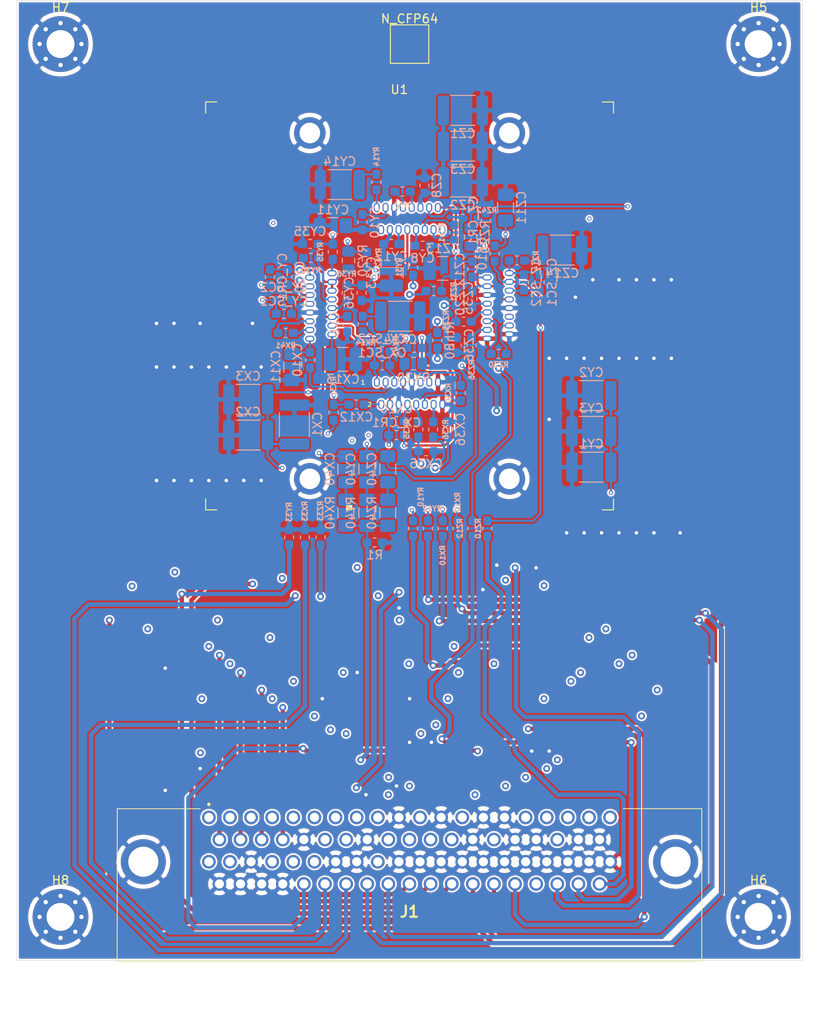
<source format=kicad_pcb>
(kicad_pcb (version 20171130) (host pcbnew 5.1.5-1.fc31)
  (layers (0 F.Cu signal) (1 In1.Cu power) (2 In2.Cu power) (31 B.Cu signal) (34 B.Paste user) (35 F.Paste user) (36 B.SilkS user) (37 F.SilkS user) (38 B.Mask user) (39 F.Mask user) (44 Edge.Cuts user))
  (net 0 "")
  (net 1 GND)
  (net 2 /M_Z)
  (net 3 /M_Y)
  (net 4 /M_X)
  (net 5 "Net-(CX14-Pad1)")
  (net 6 "Net-(CX40-Pad2)")
  (net 7 "Net-(CY14-Pad1)")
  (net 8 "Net-(CY40-Pad2)")
  (net 9 "Net-(CZ14-Pad1)")
  (net 10 "Net-(CZ40-Pad2)")
  (net 11 /Sx)
  (net 12 /RTNx)
  (net 13 /Sy)
  (net 14 /RTNy)
  (net 15 /Sz)
  (net 16 /RTNz)
  (net 17 /CAL)
  (net 18 /+6V_A)
  (net 19 /AsicFM/Regu_Bias_LNA_X)
  (net 20 /AsicFM/Regu_VDD_X)
  (net 21 /AsicFM/In1N_X)
  (net 22 /AsicFM/CAL_In_X)
  (net 23 /CR_X)
  (net 24 /B_X)
  (net 25 /+6V_B)
  (net 26 /AsicFM/Regu_Bias_LNA_Y)
  (net 27 /AsicFM/Regu_VDD_Y)
  (net 28 /AsicFM/In1N_Y)
  (net 29 /AsicFM/CAL_In_Y)
  (net 30 /CR_Y)
  (net 31 /B_Y)
  (net 32 /+6V_C)
  (net 33 /AsicFM/Regu_Bias_LNA_Z)
  (net 34 /AsicFM/Regu_VDD_Z)
  (net 35 /AsicFM/In1N_Z)
  (net 36 /AsicFM/CAL_In_Z)
  (net 37 /CR_Z)
  (net 38 /B_Z)
  (net 39 /Temp_Mon_A)
  (net 40 /RTN_Mon_A)
  (net 41 /RTN_Mon_B)
  (net 42 /Temp_Mon_B)
  (net 43 /AsicFM/Gain_Out2_N_X)
  (net 44 /AsicFM/Gain_Out2_P_X)
  (net 45 /AsicFM/Out2_NInv_X)
  (net 46 /AsicFM/Out2_inv_X)
  (net 47 /AsicFM/CAL_Gain_X)
  (net 48 /AsicFM/CAL_Out_X)
  (net 49 /AsicFM/Gain_Out2_N_Y)
  (net 50 /AsicFM/Gain_Out2_P_Y)
  (net 51 /AsicFM/Out2_NInv_Y)
  (net 52 /AsicFM/Out2_inv_Y)
  (net 53 /AsicFM/CAL_Gain_Y)
  (net 54 /AsicFM/CAL_Out_Y)
  (net 55 /AsicFM/Gain_Out2_N_Z)
  (net 56 /AsicFM/Gain_Out2_P_Z)
  (net 57 /AsicFM/Out2_NInv_Z)
  (net 58 /AsicFM/Out2_inv_Z)
  (net 59 /AsicFM/CAL_Gain_Z)
  (net 60 /AsicFM/CAL_Out_Z)
  (net 61 /In2P_X)
  (net 62 /In2P_Y)
  (net 63 /In2P_Z)
  (net 64 /-RX10)
  (net 65 /-RX12)
  (net 66 /-RY10)
  (net 67 /-RY12)
  (net 68 /-RZ10)
  (net 69 /-RZ12)
  (net 70 /+RX34)
  (net 71 /-RX34)
  (net 72 /+RX32)
  (net 73 /+RX12)
  (net 74 /+RX10)
  (net 75 /+RY34)
  (net 76 /-RY34)
  (net 77 /+RY32)
  (net 78 /+RY12)
  (net 79 /+RY10)
  (net 80 /+RZ34)
  (net 81 /-RZ34)
  (net 82 /+RZ32)
  (net 83 /+RZ12)
  (net 84 /+RZ10)
  (module LibPersoNadj:db_78m_09565627813 (layer F.Cu) (at 0 69 180)
    (fp_text reference J1 (at 0.01 -0.405 180) (layer F.SilkS) (effects (font (size 1.27 1.27) (thickness 0.254))))
    (fp_text value Conn_02x39_Top_Bottom_MountingPin hide)
    (pad 1 thru_hole circle (at 23 10.4) (size 1.575 1.575) (drill 1.05) (layers *.Cu *.Mask) (net 24 /B_X))
    (pad 2 thru_hole circle (at 20.58 10.4) (size 1.575 1.575) (drill 1.05) (layers *.Cu *.Mask) (net 23 /CR_X))
    (pad 3 thru_hole circle (at 18.16 10.4) (size 1.575 1.575) (drill 1.05) (layers *.Cu *.Mask) (net 31 /B_Y))
    (pad 4 thru_hole circle (at 15.74 10.4) (size 1.575 1.575) (drill 1.05) (layers *.Cu *.Mask) (net 30 /CR_Y))
    (pad 5 thru_hole circle (at 13.32 10.4) (size 1.575 1.575) (drill 1.05) (layers *.Cu *.Mask) (net 38 /B_Z))
    (pad 6 thru_hole circle (at 10.9 10.4) (size 1.575 1.575) (drill 1.05) (layers *.Cu *.Mask) (net 37 /CR_Z))
    (pad 7 thru_hole circle (at 8.48 10.4) (size 1.575 1.575) (drill 1.05) (layers *.Cu *.Mask) (net 39 /Temp_Mon_A))
    (pad 8 thru_hole circle (at 6.06 10.4) (size 1.575 1.575) (drill 1.05) (layers *.Cu *.Mask) (net 40 /RTN_Mon_A))
    (pad 9 thru_hole circle (at 3.64 10.4) (size 1.575 1.575) (drill 1.05) (layers *.Cu *.Mask) (net 4 /M_X))
    (pad 10 thru_hole circle (at 1.22 10.4) (size 1.575 1.575) (drill 1.05) (layers *.Cu *.Mask) (net 1 GND))
    (pad 11 thru_hole circle (at -1.2 10.4) (size 1.575 1.575) (drill 1.05) (layers *.Cu *.Mask) (net 3 /M_Y))
    (pad 12 thru_hole circle (at -3.62 10.4) (size 1.575 1.575) (drill 1.05) (layers *.Cu *.Mask) (net 1 GND))
    (pad 13 thru_hole circle (at -6.04 10.4) (size 1.575 1.575) (drill 1.05) (layers *.Cu *.Mask) (net 2 /M_Z))
    (pad 14 thru_hole circle (at -8.46 10.4) (size 1.575 1.575) (drill 1.05) (layers *.Cu *.Mask) (net 1 GND))
    (pad 15 thru_hole circle (at -10.88 10.4) (size 1.575 1.575) (drill 1.05) (layers *.Cu *.Mask) (net 1 GND))
    (pad 16 thru_hole circle (at -13.3 10.4) (size 1.575 1.575) (drill 1.05) (layers *.Cu *.Mask) (net 61 /In2P_X))
    (pad 17 thru_hole circle (at -15.72 10.4) (size 1.575 1.575) (drill 1.05) (layers *.Cu *.Mask) (net 62 /In2P_Y))
    (pad 18 thru_hole circle (at -18.14 10.4) (size 1.575 1.575) (drill 1.05) (layers *.Cu *.Mask) (net 63 /In2P_Z))
    (pad 19 thru_hole circle (at -20.56 10.4) (size 1.575 1.575) (drill 1.05) (layers *.Cu *.Mask) (net 64 /-RX10))
    (pad 20 thru_hole circle (at -22.98 10.4) (size 1.575 1.575) (drill 1.05) (layers *.Cu *.Mask) (net 66 /-RY10))
    (pad 21 thru_hole circle (at 21.79 7.86) (size 1.575 1.575) (drill 1.05) (layers *.Cu *.Mask) (net 68 /-RZ10))
    (pad 22 thru_hole circle (at 19.37 7.86) (size 1.575 1.575) (drill 1.05) (layers *.Cu *.Mask) (net 65 /-RX12))
    (pad 23 thru_hole circle (at 16.95 7.86) (size 1.575 1.575) (drill 1.05) (layers *.Cu *.Mask) (net 67 /-RY12))
    (pad 24 thru_hole circle (at 14.53 7.86) (size 1.575 1.575) (drill 1.05) (layers *.Cu *.Mask) (net 69 /-RZ12))
    (pad 25 thru_hole circle (at 12.11 7.86) (size 1.575 1.575) (drill 1.05) (layers *.Cu *.Mask) (net 1 GND))
    (pad 26 thru_hole circle (at 9.69 7.86) (size 1.575 1.575) (drill 1.05) (layers *.Cu *.Mask) (net 12 /RTNx))
    (pad 27 thru_hole circle (at 7.27 7.86) (size 1.575 1.575) (drill 1.05) (layers *.Cu *.Mask) (net 11 /Sx))
    (pad 28 thru_hole circle (at 4.85 7.86) (size 1.575 1.575) (drill 1.05) (layers *.Cu *.Mask) (net 1 GND))
    (pad 29 thru_hole circle (at 2.43 7.86) (size 1.575 1.575) (drill 1.05) (layers *.Cu *.Mask) (net 15 /Sz))
    (pad 30 thru_hole circle (at 0.01 7.86) (size 1.575 1.575) (drill 1.05) (layers *.Cu *.Mask) (net 16 /RTNz))
    (pad 31 thru_hole circle (at -2.41 7.86) (size 1.575 1.575) (drill 1.05) (layers *.Cu *.Mask) (net 40 /RTN_Mon_A))
    (pad 32 thru_hole circle (at -4.83 7.86) (size 1.575 1.575) (drill 1.05) (layers *.Cu *.Mask) (net 41 /RTN_Mon_B))
    (pad 33 thru_hole circle (at -7.25 7.86) (size 1.575 1.575) (drill 1.05) (layers *.Cu *.Mask) (net 1 GND))
    (pad 34 thru_hole circle (at -9.67 7.86) (size 1.575 1.575) (drill 1.05) (layers *.Cu *.Mask) (net 25 /+6V_B))
    (pad 35 thru_hole circle (at -12.09 7.86) (size 1.575 1.575) (drill 1.05) (layers *.Cu *.Mask) (net 1 GND))
    (pad 36 thru_hole circle (at -14.51 7.86) (size 1.575 1.575) (drill 1.05) (layers *.Cu *.Mask) (net 1 GND))
    (pad 37 thru_hole circle (at -16.93 7.86) (size 1.575 1.575) (drill 1.05) (layers *.Cu *.Mask) (net 17 /CAL))
    (pad 38 thru_hole circle (at -19.35 7.86) (size 1.575 1.575) (drill 1.05) (layers *.Cu *.Mask) (net 1 GND))
    (pad 39 thru_hole circle (at -21.77 7.86) (size 1.575 1.575) (drill 1.05) (layers *.Cu *.Mask) (net 1 GND))
    (pad 40 thru_hole circle (at 23 5.32) (size 1.575 1.575) (drill 1.05) (layers *.Cu *.Mask) (net 13 /Sy))
    (pad 41 thru_hole circle (at 20.58 5.32) (size 1.575 1.575) (drill 1.05) (layers *.Cu *.Mask) (net 14 /RTNy))
    (pad 42 thru_hole circle (at 18.16 5.32) (size 1.575 1.575) (drill 1.05) (layers *.Cu *.Mask) (net 1 GND))
    (pad 43 thru_hole circle (at 15.74 5.32) (size 1.575 1.575) (drill 1.05) (layers *.Cu *.Mask) (net 39 /Temp_Mon_A))
    (pad 44 thru_hole circle (at 13.32 5.32) (size 1.575 1.575) (drill 1.05) (layers *.Cu *.Mask) (net 42 /Temp_Mon_B))
    (pad 45 thru_hole circle (at 10.9 5.32) (size 1.575 1.575) (drill 1.05) (layers *.Cu *.Mask) (net 18 /+6V_A))
    (pad 46 thru_hole circle (at 8.48 5.32) (size 1.575 1.575) (drill 1.05) (layers *.Cu *.Mask) (net 1 GND))
    (pad 47 thru_hole circle (at 6.06 5.32) (size 1.575 1.575) (drill 1.05) (layers *.Cu *.Mask) (net 1 GND))
    (pad 48 thru_hole circle (at 3.64 5.32) (size 1.575 1.575) (drill 1.05) (layers *.Cu *.Mask) (net 32 /+6V_C))
    (pad 49 thru_hole circle (at 1.22 5.32) (size 1.575 1.575) (drill 1.05) (layers *.Cu *.Mask) (net 1 GND))
    (pad 50 thru_hole circle (at -1.2 5.32) (size 1.575 1.575) (drill 1.05) (layers *.Cu *.Mask) (net 1 GND))
    (pad 51 thru_hole circle (at -3.62 5.32) (size 1.575 1.575) (drill 1.05) (layers *.Cu *.Mask) (net 1 GND))
    (pad 52 thru_hole circle (at -6.04 5.32) (size 1.575 1.575) (drill 1.05) (layers *.Cu *.Mask) (net 1 GND))
    (pad 53 thru_hole circle (at -8.46 5.32) (size 1.575 1.575) (drill 1.05) (layers *.Cu *.Mask) (net 1 GND))
    (pad 54 thru_hole circle (at -10.88 5.32) (size 1.575 1.575) (drill 1.05) (layers *.Cu *.Mask) (net 1 GND))
    (pad 55 thru_hole circle (at -13.3 5.32) (size 1.575 1.575) (drill 1.05) (layers *.Cu *.Mask) (net 1 GND))
    (pad 56 thru_hole circle (at -15.72 5.32) (size 1.575 1.575) (drill 1.05) (layers *.Cu *.Mask) (net 1 GND))
    (pad 57 thru_hole circle (at -18.14 5.32) (size 1.575 1.575) (drill 1.05) (layers *.Cu *.Mask) (net 1 GND))
    (pad 58 thru_hole circle (at -20.56 5.32) (size 1.575 1.575) (drill 1.05) (layers *.Cu *.Mask) (net 1 GND))
    (pad 59 thru_hole circle (at -22.98 5.32) (size 1.575 1.575) (drill 1.05) (layers *.Cu *.Mask) (net 1 GND))
    (pad 60 thru_hole circle (at 21.79 2.78) (size 1.575 1.575) (drill 1.05) (layers *.Cu *.Mask) (net 1 GND))
    (pad 61 thru_hole circle (at 19.37 2.78) (size 1.575 1.575) (drill 1.05) (layers *.Cu *.Mask) (net 1 GND))
    (pad 62 thru_hole circle (at 16.95 2.78) (size 1.575 1.575) (drill 1.05) (layers *.Cu *.Mask) (net 1 GND))
    (pad 63 thru_hole circle (at 14.53 2.78) (size 1.575 1.575) (drill 1.05) (layers *.Cu *.Mask) (net 1 GND))
    (pad 64 thru_hole circle (at 12.11 2.78) (size 1.575 1.575) (drill 1.05) (layers *.Cu *.Mask) (net 70 /+RX34))
    (pad 65 thru_hole circle (at 9.69 2.78) (size 1.575 1.575) (drill 1.05) (layers *.Cu *.Mask) (net 71 /-RX34))
    (pad 66 thru_hole circle (at 7.27 2.78) (size 1.575 1.575) (drill 1.05) (layers *.Cu *.Mask) (net 72 /+RX32))
    (pad 67 thru_hole circle (at 4.85 2.78) (size 1.575 1.575) (drill 1.05) (layers *.Cu *.Mask) (net 73 /+RX12))
    (pad 68 thru_hole circle (at 2.43 2.78) (size 1.575 1.575) (drill 1.05) (layers *.Cu *.Mask) (net 74 /+RX10))
    (pad 69 thru_hole circle (at 0.01 2.78) (size 1.575 1.575) (drill 1.05) (layers *.Cu *.Mask) (net 75 /+RY34))
    (pad 70 thru_hole circle (at -2.41 2.78) (size 1.575 1.575) (drill 1.05) (layers *.Cu *.Mask) (net 76 /-RY34))
    (pad 71 thru_hole circle (at -4.83 2.78) (size 1.575 1.575) (drill 1.05) (layers *.Cu *.Mask) (net 77 /+RY32))
    (pad 72 thru_hole circle (at -7.25 2.78) (size 1.575 1.575) (drill 1.05) (layers *.Cu *.Mask) (net 78 /+RY12))
    (pad 73 thru_hole circle (at -9.67 2.78) (size 1.575 1.575) (drill 1.05) (layers *.Cu *.Mask) (net 79 /+RY10))
    (pad 74 thru_hole circle (at -12.09 2.78) (size 1.575 1.575) (drill 1.05) (layers *.Cu *.Mask) (net 80 /+RZ34))
    (pad 75 thru_hole circle (at -14.51 2.78) (size 1.575 1.575) (drill 1.05) (layers *.Cu *.Mask) (net 81 /-RZ34))
    (pad 76 thru_hole circle (at -16.93 2.78) (size 1.575 1.575) (drill 1.05) (layers *.Cu *.Mask) (net 82 /+RZ32))
    (pad 77 thru_hole circle (at -19.35 2.78) (size 1.575 1.575) (drill 1.05) (layers *.Cu *.Mask) (net 83 /+RZ12))
    (pad 78 thru_hole circle (at -21.77 2.78) (size 1.575 1.575) (drill 1.05) (layers *.Cu *.Mask) (net 84 /+RZ10))
    (pad MP thru_hole circle (at 30.51 5.32) (size 5.175 5.175) (drill 3.45) (layers *.Cu *.Mask) (net 1 GND))
    (pad MP thru_hole circle (at -30.49 5.32) (size 5.175 5.175) (drill 3.45) (layers *.Cu *.Mask) (net 1 GND))
  )
  (module Capacitor_SMD:C_1812_4532Metric_Pad1.30x3.40mm_HandSolder (layer B.Cu) (at -1.065 1.18)
    (fp_text reference CX14 (at 0 2.65) (layer B.SilkS) (effects (justify mirror)))
    (fp_text value 470n)
    (pad 2 smd roundrect (at 2.225 0) (size 1.3 3.4) (layers B.Cu B.Paste B.Mask) (roundrect_rratio 0.192308) (net 1 GND))
    (pad 1 smd roundrect (at -2.225 0) (size 1.3 3.4) (layers B.Cu B.Paste B.Mask) (roundrect_rratio 0.192308) (net 5 "Net-(CX14-Pad1)"))
  )
  (module Resistor_SMD:R_1206_3216Metric_Pad1.42x1.75mm_HandSolder (layer B.Cu) (at -2.5 23.7 270)
    (fp_text reference RZ40 (at 0 1.82 90) (layer B.SilkS) (effects (justify mirror)))
    (fp_text value 750k)
    (pad 2 smd roundrect (at 1.4875 0 270) (size 1.425 1.75) (layers B.Cu B.Paste B.Mask) (roundrect_rratio 0.175439) (net 17 /CAL))
    (pad 1 smd roundrect (at -1.4875 0 270) (size 1.425 1.75) (layers B.Cu B.Paste B.Mask) (roundrect_rratio 0.175439) (net 10 "Net-(CZ40-Pad2)"))
  )
  (module Resistor_SMD:R_0805_2012Metric_Pad1.15x1.40mm_HandSolder (layer B.Cu) (at 7 -7.9 90)
    (fp_text reference RZ20 (at 0 1.65 90) (layer B.SilkS) (effects (justify mirror)))
    (fp_text value 68k)
    (pad 2 smd roundrect (at 1.025 0 90) (size 1.15 1.4) (layers B.Cu B.Paste B.Mask) (roundrect_rratio 0.217391) (net 37 /CR_Z))
    (pad 1 smd roundrect (at -1.025 0 90) (size 1.15 1.4) (layers B.Cu B.Paste B.Mask) (roundrect_rratio 0.217391) (net 63 /In2P_Z))
  )
  (module Resistor_SMD:R_1206_3216Metric_Pad1.42x1.75mm_HandSolder (layer B.Cu) (at -4.9 23.7 270)
    (fp_text reference RY40 (at 0 1.82 90) (layer B.SilkS) (effects (justify mirror)))
    (fp_text value 750k)
    (pad 2 smd roundrect (at 1.4875 0 270) (size 1.425 1.75) (layers B.Cu B.Paste B.Mask) (roundrect_rratio 0.175439) (net 17 /CAL))
    (pad 1 smd roundrect (at -1.4875 0 270) (size 1.425 1.75) (layers B.Cu B.Paste B.Mask) (roundrect_rratio 0.175439) (net 8 "Net-(CY40-Pad2)"))
  )
  (module Resistor_SMD:R_0805_2012Metric_Pad1.15x1.40mm_HandSolder (layer B.Cu) (at -7 -5.2 90)
    (fp_text reference RY20 (at 0 1.65 90) (layer B.SilkS) (effects (justify mirror)))
    (fp_text value 68k)
    (pad 2 smd roundrect (at 1.025 0 90) (size 1.15 1.4) (layers B.Cu B.Paste B.Mask) (roundrect_rratio 0.217391) (net 30 /CR_Y))
    (pad 1 smd roundrect (at -1.025 0 90) (size 1.15 1.4) (layers B.Cu B.Paste B.Mask) (roundrect_rratio 0.217391) (net 62 /In2P_Y))
  )
  (module Resistor_SMD:R_1206_3216Metric_Pad1.42x1.75mm_HandSolder (layer B.Cu) (at -7.3 23.7 270)
    (fp_text reference RX40 (at 0 1.82 90) (layer B.SilkS) (effects (justify mirror)))
    (fp_text value 750k)
    (pad 2 smd roundrect (at 1.4875 0 270) (size 1.425 1.75) (layers B.Cu B.Paste B.Mask) (roundrect_rratio 0.175439) (net 17 /CAL))
    (pad 1 smd roundrect (at -1.4875 0 270) (size 1.425 1.75) (layers B.Cu B.Paste B.Mask) (roundrect_rratio 0.175439) (net 6 "Net-(CX40-Pad2)"))
  )
  (module Resistor_SMD:R_0805_2012Metric_Pad1.15x1.40mm_HandSolder (layer B.Cu) (at 0.45 6.6)
    (fp_text reference RX20 (at 0 1.65) (layer B.SilkS) (effects (justify mirror)))
    (fp_text value 68k)
    (pad 2 smd roundrect (at 1.025 0) (size 1.15 1.4) (layers B.Cu B.Paste B.Mask) (roundrect_rratio 0.217391) (net 23 /CR_X))
    (pad 1 smd roundrect (at -1.025 0) (size 1.15 1.4) (layers B.Cu B.Paste B.Mask) (roundrect_rratio 0.217391) (net 61 /In2P_X))
  )
  (module Resistor_SMD:R_0603_1608Metric_Pad1.05x0.95mm_HandSolder (layer B.Cu) (at 3.18 3.945 90)
    (fp_text reference RthB0 (at 0 1.43 90) (layer B.SilkS) (effects (justify mirror)))
    (fp_text value PT1000)
    (pad 2 smd roundrect (at 0.875 0 90) (size 1.05 0.95) (layers B.Cu B.Paste B.Mask) (net 41 /RTN_Mon_B))
    (pad 1 smd roundrect (at -0.875 0 90) (size 1.05 0.95) (layers B.Cu B.Paste B.Mask) (net 42 /Temp_Mon_B))
  )
  (module Resistor_SMD:R_0603_1608Metric_Pad1.05x0.95mm_HandSolder (layer B.Cu) (at -4 27.1)
    (fp_text reference R1 (at 0 1.43) (layer B.SilkS) (effects (justify mirror)))
    (fp_text value 10k)
    (pad 2 smd roundrect (at 0.875 0) (size 1.05 0.95) (layers B.Cu B.Paste B.Mask) (net 1 GND))
    (pad 1 smd roundrect (at -0.875 0) (size 1.05 0.95) (layers B.Cu B.Paste B.Mask) (net 17 /CAL))
  )
  (module TestPoint:TestPoint_Pad_4.0x4.0mm (layer F.Cu) (at 0 -30)
    (fp_text reference N_CFP64 (at 0 -2.898) (layer F.SilkS))
    (fp_text value Housing_Pad)
    (pad 1 smd rect (at 0 0) (size 4 4) (layers F.Cu F.Mask) (net 1 GND))
  )
  (module Capacitor_SMD:C_0603_1608Metric_Pad1.05x0.95mm_HandSolder (layer B.Cu) (at 13.1 -2.7 90)
    (fp_text reference CZ_SC2 (at 0 1.43 90) (layer B.SilkS) (effects (justify mirror)))
    (fp_text value TBD)
    (pad 2 smd roundrect (at 0.875 0 90) (size 1.05 0.95) (layers B.Cu B.Paste B.Mask) (net 2 /M_Z))
    (pad 1 smd roundrect (at -0.875 0 90) (size 1.05 0.95) (layers B.Cu B.Paste B.Mask) (net 38 /B_Z))
  )
  (module Capacitor_SMD:C_0603_1608Metric_Pad1.05x0.95mm_HandSolder (layer B.Cu) (at 14.9 -2.7 90)
    (fp_text reference CZ_SC1 (at 0 1.43 90) (layer B.SilkS) (effects (justify mirror)))
    (fp_text value TBD)
    (pad 2 smd roundrect (at 0.875 0 90) (size 1.05 0.95) (layers B.Cu B.Paste B.Mask) (net 2 /M_Z))
    (pad 1 smd roundrect (at -0.875 0 90) (size 1.05 0.95) (layers B.Cu B.Paste B.Mask) (net 38 /B_Z))
  )
  (module Capacitor_SMD:C_0603_1608Metric_Pad1.05x0.95mm_HandSolder (layer B.Cu) (at 8.75 -9.75 270)
    (fp_text reference CZ_CR1 (at 0 1.43 90) (layer B.SilkS) (effects (justify mirror)))
    (fp_text value TBD)
    (pad 2 smd roundrect (at 0.875 0 270) (size 1.05 0.95) (layers B.Cu B.Paste B.Mask) (net 63 /In2P_Z))
    (pad 1 smd roundrect (at -0.875 0 270) (size 1.05 0.95) (layers B.Cu B.Paste B.Mask) (net 37 /CR_Z))
  )
  (module Capacitor_SMD:C_1206_3216Metric_Pad1.42x1.75mm_HandSolder (layer B.Cu) (at -2.5 18.7 270)
    (fp_text reference CZ40 (at 0 1.82 90) (layer B.SilkS) (effects (justify mirror)))
    (fp_text value 220n)
    (pad 2 smd roundrect (at 1.4875 0 270) (size 1.425 1.75) (layers B.Cu B.Paste B.Mask) (roundrect_rratio 0.175439) (net 10 "Net-(CZ40-Pad2)"))
    (pad 1 smd roundrect (at -1.4875 0 270) (size 1.425 1.75) (layers B.Cu B.Paste B.Mask) (roundrect_rratio 0.175439) (net 36 /AsicFM/CAL_In_Z))
  )
  (module Capacitor_SMD:C_0603_1608Metric_Pad1.05x0.95mm_HandSolder (layer B.Cu) (at 5.4 4.5 90)
    (fp_text reference CZ36 (at 0 1.43 90) (layer B.SilkS) (effects (justify mirror)))
    (fp_text value 1n)
    (pad 2 smd roundrect (at 0.875 0 90) (size 1.05 0.95) (layers B.Cu B.Paste B.Mask) (net 1 GND))
    (pad 1 smd roundrect (at -0.875 0 90) (size 1.05 0.95) (layers B.Cu B.Paste B.Mask) (net 16 /RTNz))
  )
  (module Capacitor_SMD:C_0603_1608Metric_Pad1.05x0.95mm_HandSolder (layer B.Cu) (at 5.3 -0.9 90)
    (fp_text reference CZ35 (at 0 1.43 90) (layer B.SilkS) (effects (justify mirror)))
    (fp_text value 1n)
    (pad 2 smd roundrect (at 0.875 0 90) (size 1.05 0.95) (layers B.Cu B.Paste B.Mask) (net 1 GND))
    (pad 1 smd roundrect (at -0.875 0 90) (size 1.05 0.95) (layers B.Cu B.Paste B.Mask) (net 15 /Sz))
  )
  (module Capacitor_SMD:C_0603_1608Metric_Pad1.05x0.95mm_HandSolder (layer B.Cu) (at 7.2 -0.8 90)
    (fp_text reference CZ20 (at 0 -1.4 90) (layer B.SilkS) (effects (justify mirror)))
    (fp_text value TBD)
    (pad 2 smd roundrect (at 0.875 0 90) (size 1.05 0.95) (layers B.Cu B.Paste B.Mask) (net 63 /In2P_Z))
    (pad 1 smd roundrect (at -0.875 0 90) (size 1.05 0.95) (layers B.Cu B.Paste B.Mask) (net 35 /AsicFM/In1N_Z))
  )
  (module Capacitor_SMD:C_1812_4532Metric_Pad1.30x3.40mm_HandSolder (layer B.Cu) (at 17.5 -6.4)
    (fp_text reference CZ14 (at 0 2.65) (layer B.SilkS) (effects (justify mirror)))
    (fp_text value 470n)
    (pad 2 smd roundrect (at 2.225 0) (size 1.3 3.4) (layers B.Cu B.Paste B.Mask) (roundrect_rratio 0.192308) (net 1 GND))
    (pad 1 smd roundrect (at -2.225 0) (size 1.3 3.4) (layers B.Cu B.Paste B.Mask) (roundrect_rratio 0.192308) (net 9 "Net-(CZ14-Pad1)"))
  )
  (module Capacitor_SMD:C_1210_3225Metric_Pad1.42x2.65mm_HandSolder (layer B.Cu) (at 3.8 -4.3 180)
    (fp_text reference CZ13 (at 0 2.28) (layer B.SilkS) (effects (justify mirror)))
    (fp_text value 220n/470n)
    (pad 2 smd roundrect (at 1.4875 0 180) (size 1.425 2.65) (layers B.Cu B.Paste B.Mask) (roundrect_rratio 0.175439) (net 1 GND))
    (pad 1 smd roundrect (at -1.4875 0 180) (size 1.425 2.65) (layers B.Cu B.Paste B.Mask) (roundrect_rratio 0.175439) (net 69 /-RZ12))
  )
  (module Capacitor_SMD:C_0603_1608Metric_Pad1.05x0.95mm_HandSolder (layer B.Cu) (at 7.2 -4.2 270)
    (fp_text reference CZ12 (at 0 1.43 90) (layer B.SilkS) (effects (justify mirror)))
    (fp_text value 150p)
    (pad 2 smd roundrect (at 0.875 0 270) (size 1.05 0.95) (layers B.Cu B.Paste B.Mask) (net 34 /AsicFM/Regu_VDD_Z))
    (pad 1 smd roundrect (at -0.875 0 270) (size 1.05 0.95) (layers B.Cu B.Paste B.Mask) (net 69 /-RZ12))
  )
  (module Capacitor_SMD:C_1206_3216Metric_Pad1.42x1.75mm_HandSolder (layer B.Cu) (at 11 -11.25 90)
    (fp_text reference CZ11 (at 0 1.82 90) (layer B.SilkS) (effects (justify mirror)))
    (fp_text value 220n)
    (pad 2 smd roundrect (at 1.4875 0 90) (size 1.425 1.75) (layers B.Cu B.Paste B.Mask) (roundrect_rratio 0.175439) (net 1 GND))
    (pad 1 smd roundrect (at -1.4875 0 90) (size 1.425 1.75) (layers B.Cu B.Paste B.Mask) (roundrect_rratio 0.175439) (net 68 /-RZ10))
  )
  (module Capacitor_SMD:C_0603_1608Metric_Pad1.05x0.95mm_HandSolder (layer B.Cu) (at 9.75 -6 270)
    (fp_text reference CZ10 (at 0 1.43 90) (layer B.SilkS) (effects (justify mirror)))
    (fp_text value 150p)
    (pad 2 smd roundrect (at 0.875 0 270) (size 1.05 0.95) (layers B.Cu B.Paste B.Mask) (net 33 /AsicFM/Regu_Bias_LNA_Z))
    (pad 1 smd roundrect (at -0.875 0 270) (size 1.05 0.95) (layers B.Cu B.Paste B.Mask) (net 68 /-RZ10))
  )
  (module Capacitor_SMD:C_0603_1608Metric_Pad1.05x0.95mm_HandSolder (layer B.Cu) (at 1.7 -13.8 90)
    (fp_text reference CZ8 (at 0 1.43 90) (layer B.SilkS) (effects (justify mirror)))
    (fp_text value 1n)
    (pad 2 smd roundrect (at 0.875 0 90) (size 1.05 0.95) (layers B.Cu B.Paste B.Mask) (net 1 GND))
    (pad 1 smd roundrect (at -0.875 0 90) (size 1.05 0.95) (layers B.Cu B.Paste B.Mask) (net 32 /+6V_C))
  )
  (module Capacitor_SMD:C_1812_4532Metric_Pad1.30x3.40mm_HandSolder (layer B.Cu) (at 6.1 -18.3)
    (fp_text reference CZ3 (at 0 2.65) (layer B.SilkS) (effects (justify mirror)))
    (fp_text value 680n)
    (pad 2 smd roundrect (at 2.225 0) (size 1.3 3.4) (layers B.Cu B.Paste B.Mask) (roundrect_rratio 0.192308) (net 1 GND))
    (pad 1 smd roundrect (at -2.225 0) (size 1.3 3.4) (layers B.Cu B.Paste B.Mask) (roundrect_rratio 0.192308) (net 32 /+6V_C))
  )
  (module Capacitor_SMD:C_1812_4532Metric_Pad1.30x3.40mm_HandSolder (layer B.Cu) (at 6.1 -14.2)
    (fp_text reference CZ2 (at 0 2.65) (layer B.SilkS) (effects (justify mirror)))
    (fp_text value 680n)
    (pad 2 smd roundrect (at 2.225 0) (size 1.3 3.4) (layers B.Cu B.Paste B.Mask) (roundrect_rratio 0.192308) (net 1 GND))
    (pad 1 smd roundrect (at -2.225 0) (size 1.3 3.4) (layers B.Cu B.Paste B.Mask) (roundrect_rratio 0.192308) (net 32 /+6V_C))
  )
  (module Capacitor_SMD:C_1812_4532Metric_Pad1.30x3.40mm_HandSolder (layer B.Cu) (at 6.1 -22.4)
    (fp_text reference CZ1 (at 0 2.65) (layer B.SilkS) (effects (justify mirror)))
    (fp_text value 680n)
    (pad 2 smd roundrect (at 2.225 0) (size 1.3 3.4) (layers B.Cu B.Paste B.Mask) (roundrect_rratio 0.192308) (net 1 GND))
    (pad 1 smd roundrect (at -2.225 0) (size 1.3 3.4) (layers B.Cu B.Paste B.Mask) (roundrect_rratio 0.192308) (net 32 /+6V_C))
  )
  (module Capacitor_SMD:C_0603_1608Metric_Pad1.05x0.95mm_HandSolder (layer B.Cu) (at -14.4 -0.7 180)
    (fp_text reference CY_SC2 (at 0 1.43) (layer B.SilkS) (effects (justify mirror)))
    (fp_text value TBD)
    (pad 2 smd roundrect (at 0.875 0 180) (size 1.05 0.95) (layers B.Cu B.Paste B.Mask) (net 3 /M_Y))
    (pad 1 smd roundrect (at -0.875 0 180) (size 1.05 0.95) (layers B.Cu B.Paste B.Mask) (net 31 /B_Y))
  )
  (module Capacitor_SMD:C_0603_1608Metric_Pad1.05x0.95mm_HandSolder (layer B.Cu) (at -14.4 0.9 180)
    (fp_text reference CY_SC1 (at 0 1.43) (layer B.SilkS) (effects (justify mirror)))
    (fp_text value TBD)
    (pad 2 smd roundrect (at 0.875 0 180) (size 1.05 0.95) (layers B.Cu B.Paste B.Mask) (net 3 /M_Y))
    (pad 1 smd roundrect (at -0.875 0 180) (size 1.05 0.95) (layers B.Cu B.Paste B.Mask) (net 31 /B_Y))
  )
  (module Capacitor_SMD:C_0603_1608Metric_Pad1.05x0.95mm_HandSolder (layer B.Cu) (at -16 -3.3 90)
    (fp_text reference CY_CR1 (at 0 1.43 90) (layer B.SilkS) (effects (justify mirror)))
    (fp_text value TBD)
    (pad 2 smd roundrect (at 0.875 0 90) (size 1.05 0.95) (layers B.Cu B.Paste B.Mask) (net 62 /In2P_Y))
    (pad 1 smd roundrect (at -0.875 0 90) (size 1.05 0.95) (layers B.Cu B.Paste B.Mask) (net 30 /CR_Y))
  )
  (module Capacitor_SMD:C_1206_3216Metric_Pad1.42x1.75mm_HandSolder (layer B.Cu) (at -4.9 18.7 270)
    (fp_text reference CY40 (at 0 1.82 90) (layer B.SilkS) (effects (justify mirror)))
    (fp_text value 220n)
    (pad 2 smd roundrect (at 1.4875 0 270) (size 1.425 1.75) (layers B.Cu B.Paste B.Mask) (roundrect_rratio 0.175439) (net 8 "Net-(CY40-Pad2)"))
    (pad 1 smd roundrect (at -1.4875 0 270) (size 1.425 1.75) (layers B.Cu B.Paste B.Mask) (roundrect_rratio 0.175439) (net 29 /AsicFM/CAL_In_Y))
  )
  (module Capacitor_SMD:C_0603_1608Metric_Pad1.05x0.95mm_HandSolder (layer B.Cu) (at -5.5 -1.5 270)
    (fp_text reference CY36 (at 0 1.43 90) (layer B.SilkS) (effects (justify mirror)))
    (fp_text value 1n)
    (pad 2 smd roundrect (at 0.875 0 270) (size 1.05 0.95) (layers B.Cu B.Paste B.Mask) (net 1 GND))
    (pad 1 smd roundrect (at -0.875 0 270) (size 1.05 0.95) (layers B.Cu B.Paste B.Mask) (net 14 /RTNy))
  )
  (module Capacitor_SMD:C_0603_1608Metric_Pad1.05x0.95mm_HandSolder (layer B.Cu) (at -11.4 -7.1 180)
    (fp_text reference CY35 (at 0 1.43) (layer B.SilkS) (effects (justify mirror)))
    (fp_text value 1n)
    (pad 2 smd roundrect (at 0.875 0 180) (size 1.05 0.95) (layers B.Cu B.Paste B.Mask) (net 1 GND))
    (pad 1 smd roundrect (at -0.875 0 180) (size 1.05 0.95) (layers B.Cu B.Paste B.Mask) (net 13 /Sy))
  )
  (module Capacitor_SMD:C_0603_1608Metric_Pad1.05x0.95mm_HandSolder (layer B.Cu) (at -14 -3.3 90)
    (fp_text reference CY20 (at 0 1.43 90) (layer B.SilkS) (effects (justify mirror)))
    (fp_text value TBD)
    (pad 2 smd roundrect (at 0.875 0 90) (size 1.05 0.95) (layers B.Cu B.Paste B.Mask) (net 62 /In2P_Y))
    (pad 1 smd roundrect (at -0.875 0 90) (size 1.05 0.95) (layers B.Cu B.Paste B.Mask) (net 28 /AsicFM/In1N_Y))
  )
  (module Capacitor_SMD:C_1812_4532Metric_Pad1.30x3.40mm_HandSolder (layer B.Cu) (at -8 -13.9 180)
    (fp_text reference CY14 (at 0 2.65) (layer B.SilkS) (effects (justify mirror)))
    (fp_text value 470n)
    (pad 2 smd roundrect (at 2.225 0 180) (size 1.3 3.4) (layers B.Cu B.Paste B.Mask) (roundrect_rratio 0.192308) (net 1 GND))
    (pad 1 smd roundrect (at -2.225 0 180) (size 1.3 3.4) (layers B.Cu B.Paste B.Mask) (roundrect_rratio 0.192308) (net 7 "Net-(CY14-Pad1)"))
  )
  (module Capacitor_SMD:C_1210_3225Metric_Pad1.42x2.65mm_HandSolder (layer B.Cu) (at -2.1 -3.8 270)
    (fp_text reference CY13 (at 0 2.28 90) (layer B.SilkS) (effects (justify mirror)))
    (fp_text value 220n/470n)
    (pad 2 smd roundrect (at 1.4875 0 270) (size 1.425 2.65) (layers B.Cu B.Paste B.Mask) (roundrect_rratio 0.175439) (net 1 GND))
    (pad 1 smd roundrect (at -1.4875 0 270) (size 1.425 2.65) (layers B.Cu B.Paste B.Mask) (roundrect_rratio 0.175439) (net 67 /-RY12))
  )
  (module Capacitor_SMD:C_0603_1608Metric_Pad1.05x0.95mm_HandSolder (layer B.Cu) (at -2.1 -7.1)
    (fp_text reference CY12 (at 0 1.43) (layer B.SilkS) (effects (justify mirror)))
    (fp_text value 150p)
    (pad 2 smd roundrect (at 0.875 0) (size 1.05 0.95) (layers B.Cu B.Paste B.Mask) (net 27 /AsicFM/Regu_VDD_Y))
    (pad 1 smd roundrect (at -0.875 0) (size 1.05 0.95) (layers B.Cu B.Paste B.Mask) (net 67 /-RY12))
  )
  (module Capacitor_SMD:C_1206_3216Metric_Pad1.42x1.75mm_HandSolder (layer B.Cu) (at -8.8 -9.2 180)
    (fp_text reference CY11 (at 0 1.82) (layer B.SilkS) (effects (justify mirror)))
    (fp_text value 220n)
    (pad 2 smd roundrect (at 1.4875 0 180) (size 1.425 1.75) (layers B.Cu B.Paste B.Mask) (roundrect_rratio 0.175439) (net 1 GND))
    (pad 1 smd roundrect (at -1.4875 0 180) (size 1.425 1.75) (layers B.Cu B.Paste B.Mask) (roundrect_rratio 0.175439) (net 66 /-RY10))
  )
  (module Capacitor_SMD:C_0603_1608Metric_Pad1.05x0.95mm_HandSolder (layer B.Cu) (at -5.4 -9.6 90)
    (fp_text reference CY10 (at 0 1.43 90) (layer B.SilkS) (effects (justify mirror)))
    (fp_text value 150p)
    (pad 2 smd roundrect (at 0.875 0 90) (size 1.05 0.95) (layers B.Cu B.Paste B.Mask) (net 26 /AsicFM/Regu_Bias_LNA_Y))
    (pad 1 smd roundrect (at -0.875 0 90) (size 1.05 0.95) (layers B.Cu B.Paste B.Mask) (net 66 /-RY10))
  )
  (module Capacitor_SMD:C_0603_1608Metric_Pad1.05x0.95mm_HandSolder (layer B.Cu) (at 1.5 -6.9)
    (fp_text reference CY8 (at 0 1.43) (layer B.SilkS) (effects (justify mirror)))
    (fp_text value 1n)
    (pad 2 smd roundrect (at 0.875 0) (size 1.05 0.95) (layers B.Cu B.Paste B.Mask) (net 1 GND))
    (pad 1 smd roundrect (at -0.875 0) (size 1.05 0.95) (layers B.Cu B.Paste B.Mask) (net 25 /+6V_B))
  )
  (module Capacitor_SMD:C_1812_4532Metric_Pad1.30x3.40mm_HandSolder (layer B.Cu) (at 20.83 14.37 180)
    (fp_text reference CY3 (at 0 2.65) (layer B.SilkS) (effects (justify mirror)))
    (fp_text value 680n)
    (pad 2 smd roundrect (at 2.225 0 180) (size 1.3 3.4) (layers B.Cu B.Paste B.Mask) (roundrect_rratio 0.192308) (net 1 GND))
    (pad 1 smd roundrect (at -2.225 0 180) (size 1.3 3.4) (layers B.Cu B.Paste B.Mask) (roundrect_rratio 0.192308) (net 25 /+6V_B))
  )
  (module Capacitor_SMD:C_1812_4532Metric_Pad1.30x3.40mm_HandSolder (layer B.Cu) (at 20.83 10.27 180)
    (fp_text reference CY2 (at 0 2.65) (layer B.SilkS) (effects (justify mirror)))
    (fp_text value 680n)
    (pad 2 smd roundrect (at 2.225 0 180) (size 1.3 3.4) (layers B.Cu B.Paste B.Mask) (roundrect_rratio 0.192308) (net 1 GND))
    (pad 1 smd roundrect (at -2.225 0 180) (size 1.3 3.4) (layers B.Cu B.Paste B.Mask) (roundrect_rratio 0.192308) (net 25 /+6V_B))
  )
  (module Capacitor_SMD:C_1812_4532Metric_Pad1.30x3.40mm_HandSolder (layer B.Cu) (at 20.84 18.47 180)
    (fp_text reference CY1 (at 0 2.65) (layer B.SilkS) (effects (justify mirror)))
    (fp_text value 680n)
    (pad 2 smd roundrect (at 2.225 0 180) (size 1.3 3.4) (layers B.Cu B.Paste B.Mask) (roundrect_rratio 0.192308) (net 1 GND))
    (pad 1 smd roundrect (at -2.225 0 180) (size 1.3 3.4) (layers B.Cu B.Paste B.Mask) (roundrect_rratio 0.192308) (net 25 /+6V_B))
  )
  (module Capacitor_SMD:C_0603_1608Metric_Pad1.05x0.95mm_HandSolder (layer B.Cu) (at -3.15 5.2 180)
    (fp_text reference CX_SC2 (at 0 1.43) (layer B.SilkS) (effects (justify mirror)))
    (fp_text value TBD)
    (pad 2 smd roundrect (at 0.875 0 180) (size 1.05 0.95) (layers B.Cu B.Paste B.Mask) (net 4 /M_X))
    (pad 1 smd roundrect (at -0.875 0 180) (size 1.05 0.95) (layers B.Cu B.Paste B.Mask) (net 24 /B_X))
  )
  (module Capacitor_SMD:C_0603_1608Metric_Pad1.05x0.95mm_HandSolder (layer B.Cu) (at -3.15 6.8 180)
    (fp_text reference CX_SC1 (at 0 1.43) (layer B.SilkS) (effects (justify mirror)))
    (fp_text value TBD)
    (pad 2 smd roundrect (at 0.875 0 180) (size 1.05 0.95) (layers B.Cu B.Paste B.Mask) (net 4 /M_X))
    (pad 1 smd roundrect (at -0.875 0 180) (size 1.05 0.95) (layers B.Cu B.Paste B.Mask) (net 24 /B_X))
  )
  (module Capacitor_SMD:C_0603_1608Metric_Pad1.05x0.95mm_HandSolder (layer B.Cu) (at -1.5 14.8 180)
    (fp_text reference CX_CR1 (at 0 1.43) (layer B.SilkS) (effects (justify mirror)))
    (fp_text value TBD)
    (pad 2 smd roundrect (at 0.875 0 180) (size 1.05 0.95) (layers B.Cu B.Paste B.Mask) (net 61 /In2P_X))
    (pad 1 smd roundrect (at -0.875 0 180) (size 1.05 0.95) (layers B.Cu B.Paste B.Mask) (net 23 /CR_X))
  )
  (module Capacitor_SMD:C_1206_3216Metric_Pad1.42x1.75mm_HandSolder (layer B.Cu) (at -7.3 18.7 270)
    (fp_text reference CX40 (at 0 1.82 90) (layer B.SilkS) (effects (justify mirror)))
    (fp_text value 220n)
    (pad 2 smd roundrect (at 1.4875 0 270) (size 1.425 1.75) (layers B.Cu B.Paste B.Mask) (roundrect_rratio 0.175439) (net 6 "Net-(CX40-Pad2)"))
    (pad 1 smd roundrect (at -1.4875 0 270) (size 1.425 1.75) (layers B.Cu B.Paste B.Mask) (roundrect_rratio 0.175439) (net 22 /AsicFM/CAL_In_X))
  )
  (module Capacitor_SMD:C_0603_1608Metric_Pad1.05x0.95mm_HandSolder (layer B.Cu) (at 4.4 14.15 90)
    (fp_text reference CX36 (at 0 1.43 90) (layer B.SilkS) (effects (justify mirror)))
    (fp_text value 1n)
    (pad 2 smd roundrect (at 0.875 0 90) (size 1.05 0.95) (layers B.Cu B.Paste B.Mask) (net 1 GND))
    (pad 1 smd roundrect (at -0.875 0 90) (size 1.05 0.95) (layers B.Cu B.Paste B.Mask) (net 12 /RTNx))
  )
  (module Capacitor_SMD:C_0603_1608Metric_Pad1.05x0.95mm_HandSolder (layer B.Cu) (at 1.9 16.65)
    (fp_text reference CX35 (at 0 1.43) (layer B.SilkS) (effects (justify mirror)))
    (fp_text value 1n)
    (pad 2 smd roundrect (at 0.875 0) (size 1.05 0.95) (layers B.Cu B.Paste B.Mask) (net 1 GND))
    (pad 1 smd roundrect (at -0.875 0) (size 1.05 0.95) (layers B.Cu B.Paste B.Mask) (net 11 /Sx))
  )
  (module Capacitor_SMD:C_0603_1608Metric_Pad1.05x0.95mm_HandSolder (layer B.Cu) (at -1.5 13.2 180)
    (fp_text reference CX20 (at 0 1.43) (layer B.SilkS) (effects (justify mirror)))
    (fp_text value TBD)
    (pad 2 smd roundrect (at 0.875 0 180) (size 1.05 0.95) (layers B.Cu B.Paste B.Mask) (net 61 /In2P_X))
    (pad 1 smd roundrect (at -0.875 0 180) (size 1.05 0.95) (layers B.Cu B.Paste B.Mask) (net 21 /AsicFM/In1N_X))
  )
  (module Capacitor_SMD:C_1210_3225Metric_Pad1.42x2.65mm_HandSolder (layer B.Cu) (at -7.64 6.12)
    (fp_text reference CX13 (at 0 2.28) (layer B.SilkS) (effects (justify mirror)))
    (fp_text value 220n/470n)
    (pad 2 smd roundrect (at 1.4875 0) (size 1.425 2.65) (layers B.Cu B.Paste B.Mask) (roundrect_rratio 0.175439) (net 1 GND))
    (pad 1 smd roundrect (at -1.4875 0) (size 1.425 2.65) (layers B.Cu B.Paste B.Mask) (roundrect_rratio 0.175439) (net 65 /-RX12))
  )
  (module Capacitor_SMD:C_0603_1608Metric_Pad1.05x0.95mm_HandSolder (layer B.Cu) (at -6.1 11.3)
    (fp_text reference CX12 (at 0 1.43) (layer B.SilkS) (effects (justify mirror)))
    (fp_text value 150p)
    (pad 2 smd roundrect (at 0.875 0) (size 1.05 0.95) (layers B.Cu B.Paste B.Mask) (net 20 /AsicFM/Regu_VDD_X))
    (pad 1 smd roundrect (at -0.875 0) (size 1.05 0.95) (layers B.Cu B.Paste B.Mask) (net 65 /-RX12))
  )
  (module Capacitor_SMD:C_1206_3216Metric_Pad1.42x1.75mm_HandSolder (layer B.Cu) (at -13.5 7 270)
    (fp_text reference CX11 (at 0 1.82 90) (layer B.SilkS) (effects (justify mirror)))
    (fp_text value 220n)
    (pad 2 smd roundrect (at 1.4875 0 270) (size 1.425 1.75) (layers B.Cu B.Paste B.Mask) (roundrect_rratio 0.175439) (net 1 GND))
    (pad 1 smd roundrect (at -1.4875 0 270) (size 1.425 1.75) (layers B.Cu B.Paste B.Mask) (roundrect_rratio 0.175439) (net 64 /-RX10))
  )
  (module Capacitor_SMD:C_0603_1608Metric_Pad1.05x0.95mm_HandSolder (layer B.Cu) (at -11.4 6.2 270)
    (fp_text reference CX10 (at 0 1.43 90) (layer B.SilkS) (effects (justify mirror)))
    (fp_text value 150p)
    (pad 2 smd roundrect (at 0.875 0 270) (size 1.05 0.95) (layers B.Cu B.Paste B.Mask) (net 19 /AsicFM/Regu_Bias_LNA_X))
    (pad 1 smd roundrect (at -0.875 0 270) (size 1.05 0.95) (layers B.Cu B.Paste B.Mask) (net 64 /-RX10))
  )
  (module Capacitor_SMD:C_0603_1608Metric_Pad1.05x0.95mm_HandSolder (layer B.Cu) (at -7.14 2.09 270)
    (fp_text reference CX8 (at 0 1.43 90) (layer B.SilkS) (effects (justify mirror)))
    (fp_text value 1n)
    (pad 2 smd roundrect (at 0.875 0 270) (size 1.05 0.95) (layers B.Cu B.Paste B.Mask) (net 1 GND))
    (pad 1 smd roundrect (at -0.875 0 270) (size 1.05 0.95) (layers B.Cu B.Paste B.Mask) (net 18 /+6V_A))
  )
  (module Capacitor_SMD:C_1812_4532Metric_Pad1.30x3.40mm_HandSolder (layer B.Cu) (at -18.5 10.7 180)
    (fp_text reference CX3 (at 0 2.65) (layer B.SilkS) (effects (justify mirror)))
    (fp_text value 680n)
    (pad 2 smd roundrect (at 2.225 0 180) (size 1.3 3.4) (layers B.Cu B.Paste B.Mask) (roundrect_rratio 0.192308) (net 1 GND))
    (pad 1 smd roundrect (at -2.225 0 180) (size 1.3 3.4) (layers B.Cu B.Paste B.Mask) (roundrect_rratio 0.192308) (net 18 /+6V_A))
  )
  (module Capacitor_SMD:C_1812_4532Metric_Pad1.30x3.40mm_HandSolder (layer B.Cu) (at -18.5 14.8 180)
    (fp_text reference CX2 (at 0 2.65) (layer B.SilkS) (effects (justify mirror)))
    (fp_text value 680n)
    (pad 2 smd roundrect (at 2.225 0 180) (size 1.3 3.4) (layers B.Cu B.Paste B.Mask) (roundrect_rratio 0.192308) (net 1 GND))
    (pad 1 smd roundrect (at -2.225 0 180) (size 1.3 3.4) (layers B.Cu B.Paste B.Mask) (roundrect_rratio 0.192308) (net 18 /+6V_A))
  )
  (module Capacitor_SMD:C_1812_4532Metric_Pad1.30x3.40mm_HandSolder (layer B.Cu) (at -13.2 13.6 90)
    (fp_text reference CX1 (at 0 2.65 90) (layer B.SilkS) (effects (justify mirror)))
    (fp_text value 680n)
    (pad 2 smd roundrect (at 2.225 0 90) (size 1.3 3.4) (layers B.Cu B.Paste B.Mask) (roundrect_rratio 0.192308) (net 1 GND))
    (pad 1 smd roundrect (at -2.225 0 90) (size 1.3 3.4) (layers B.Cu B.Paste B.Mask) (roundrect_rratio 0.192308) (net 18 /+6V_A))
  )
  (module MountingHole:MountingHole_3.2mm_M3_Pad_Via (layer F.Cu) (at -40 70)
    (fp_text reference H8 (at 0 -4.2) (layer F.SilkS))
    (fp_text value MountingHole_Pad)
    (pad 1 thru_hole circle (at 1.697056 -1.697056) (size 0.8 0.8) (drill 0.5) (layers *.Cu *.Mask) (net 1 GND))
    (pad 1 thru_hole circle (at 0 -2.4) (size 0.8 0.8) (drill 0.5) (layers *.Cu *.Mask) (net 1 GND))
    (pad 1 thru_hole circle (at -1.697056 -1.697056) (size 0.8 0.8) (drill 0.5) (layers *.Cu *.Mask) (net 1 GND))
    (pad 1 thru_hole circle (at -2.4 0) (size 0.8 0.8) (drill 0.5) (layers *.Cu *.Mask) (net 1 GND))
    (pad 1 thru_hole circle (at -1.697056 1.697056) (size 0.8 0.8) (drill 0.5) (layers *.Cu *.Mask) (net 1 GND))
    (pad 1 thru_hole circle (at 0 2.4) (size 0.8 0.8) (drill 0.5) (layers *.Cu *.Mask) (net 1 GND))
    (pad 1 thru_hole circle (at 1.697056 1.697056) (size 0.8 0.8) (drill 0.5) (layers *.Cu *.Mask) (net 1 GND))
    (pad 1 thru_hole circle (at 2.4 0) (size 0.8 0.8) (drill 0.5) (layers *.Cu *.Mask) (net 1 GND))
    (pad 1 thru_hole circle (at 0 0) (size 6.4 6.4) (drill 3.2) (layers *.Cu *.Mask) (net 1 GND))
  )
  (module MountingHole:MountingHole_3.2mm_M3_Pad_Via (layer F.Cu) (at -40 -30)
    (fp_text reference H7 (at 0 -4.2) (layer F.SilkS))
    (fp_text value MountingHole_Pad)
    (pad 1 thru_hole circle (at 1.697056 -1.697056) (size 0.8 0.8) (drill 0.5) (layers *.Cu *.Mask) (net 1 GND))
    (pad 1 thru_hole circle (at 0 -2.4) (size 0.8 0.8) (drill 0.5) (layers *.Cu *.Mask) (net 1 GND))
    (pad 1 thru_hole circle (at -1.697056 -1.697056) (size 0.8 0.8) (drill 0.5) (layers *.Cu *.Mask) (net 1 GND))
    (pad 1 thru_hole circle (at -2.4 0) (size 0.8 0.8) (drill 0.5) (layers *.Cu *.Mask) (net 1 GND))
    (pad 1 thru_hole circle (at -1.697056 1.697056) (size 0.8 0.8) (drill 0.5) (layers *.Cu *.Mask) (net 1 GND))
    (pad 1 thru_hole circle (at 0 2.4) (size 0.8 0.8) (drill 0.5) (layers *.Cu *.Mask) (net 1 GND))
    (pad 1 thru_hole circle (at 1.697056 1.697056) (size 0.8 0.8) (drill 0.5) (layers *.Cu *.Mask) (net 1 GND))
    (pad 1 thru_hole circle (at 2.4 0) (size 0.8 0.8) (drill 0.5) (layers *.Cu *.Mask) (net 1 GND))
    (pad 1 thru_hole circle (at 0 0) (size 6.4 6.4) (drill 3.2) (layers *.Cu *.Mask) (net 1 GND))
  )
  (module MountingHole:MountingHole_3.2mm_M3_Pad_Via (layer F.Cu) (at 40 70)
    (fp_text reference H6 (at 0 -4.2) (layer F.SilkS))
    (fp_text value MountingHole_Pad)
    (pad 1 thru_hole circle (at 1.697056 -1.697056) (size 0.8 0.8) (drill 0.5) (layers *.Cu *.Mask) (net 1 GND))
    (pad 1 thru_hole circle (at 0 -2.4) (size 0.8 0.8) (drill 0.5) (layers *.Cu *.Mask) (net 1 GND))
    (pad 1 thru_hole circle (at -1.697056 -1.697056) (size 0.8 0.8) (drill 0.5) (layers *.Cu *.Mask) (net 1 GND))
    (pad 1 thru_hole circle (at -2.4 0) (size 0.8 0.8) (drill 0.5) (layers *.Cu *.Mask) (net 1 GND))
    (pad 1 thru_hole circle (at -1.697056 1.697056) (size 0.8 0.8) (drill 0.5) (layers *.Cu *.Mask) (net 1 GND))
    (pad 1 thru_hole circle (at 0 2.4) (size 0.8 0.8) (drill 0.5) (layers *.Cu *.Mask) (net 1 GND))
    (pad 1 thru_hole circle (at 1.697056 1.697056) (size 0.8 0.8) (drill 0.5) (layers *.Cu *.Mask) (net 1 GND))
    (pad 1 thru_hole circle (at 2.4 0) (size 0.8 0.8) (drill 0.5) (layers *.Cu *.Mask) (net 1 GND))
    (pad 1 thru_hole circle (at 0 0) (size 6.4 6.4) (drill 3.2) (layers *.Cu *.Mask) (net 1 GND))
  )
  (module MountingHole:MountingHole_3.2mm_M3_Pad_Via (layer F.Cu) (at 40 -30)
    (fp_text reference H5 (at 0 -4.2) (layer F.SilkS))
    (fp_text value MountingHole_Pad)
    (pad 1 thru_hole circle (at 1.697056 -1.697056) (size 0.8 0.8) (drill 0.5) (layers *.Cu *.Mask) (net 1 GND))
    (pad 1 thru_hole circle (at 0 -2.4) (size 0.8 0.8) (drill 0.5) (layers *.Cu *.Mask) (net 1 GND))
    (pad 1 thru_hole circle (at -1.697056 -1.697056) (size 0.8 0.8) (drill 0.5) (layers *.Cu *.Mask) (net 1 GND))
    (pad 1 thru_hole circle (at -2.4 0) (size 0.8 0.8) (drill 0.5) (layers *.Cu *.Mask) (net 1 GND))
    (pad 1 thru_hole circle (at -1.697056 1.697056) (size 0.8 0.8) (drill 0.5) (layers *.Cu *.Mask) (net 1 GND))
    (pad 1 thru_hole circle (at 0 2.4) (size 0.8 0.8) (drill 0.5) (layers *.Cu *.Mask) (net 1 GND))
    (pad 1 thru_hole circle (at 1.697056 1.697056) (size 0.8 0.8) (drill 0.5) (layers *.Cu *.Mask) (net 1 GND))
    (pad 1 thru_hole circle (at 2.4 0) (size 0.8 0.8) (drill 0.5) (layers *.Cu *.Mask) (net 1 GND))
    (pad 1 thru_hole circle (at 0 0) (size 6.4 6.4) (drill 3.2) (layers *.Cu *.Mask) (net 1 GND))
  )
  (module Resistor_SMD:R_0603_1608Metric_Pad1.05x0.95mm_HandSolder (layer B.Cu) (at 6.1 -11)
    (fp_text reference RZ42 (at 2.75 0.05) (layer B.SilkS) (effects (font (size 0.6 0.6)) (justify mirror)))
    (fp_text value 42,2k)
    (pad 2 smd roundrect (at 0.875 0) (size 1.05 0.95) (layers B.Cu B.Paste B.Mask) (net 37 /CR_Z))
    (pad 1 smd roundrect (at -0.875 0) (size 1.05 0.95) (layers B.Cu B.Paste B.Mask) (net 60 /AsicFM/CAL_Out_Z))
  )
  (module Resistor_SMD:R_0603_1608Metric_Pad1.05x0.95mm_HandSolder (layer B.Cu) (at 5.1 -8.4 270)
    (fp_text reference RZ41 (at 0 1.43 90) (layer B.SilkS) (effects (font (size 0.6 0.6)) (justify mirror)))
    (fp_text value 49,9k)
    (pad 2 smd roundrect (at 0.875 0 270) (size 1.05 0.95) (layers B.Cu B.Paste B.Mask) (net 36 /AsicFM/CAL_In_Z))
    (pad 1 smd roundrect (at -0.875 0 270) (size 1.05 0.95) (layers B.Cu B.Paste B.Mask) (net 59 /AsicFM/CAL_Gain_Z))
  )
  (module Resistor_SMD:R_0603_1608Metric_Pad1.05x0.95mm_HandSolder (layer B.Cu) (at 7.1 4.5 90)
    (fp_text reference RZ36 (at -2.825 0.025 90) (layer B.SilkS) (effects (font (size 0.6 0.6)) (justify mirror)))
    (fp_text value 49,9)
    (pad 2 smd roundrect (at 0.875 0 90) (size 1.05 0.95) (layers B.Cu B.Paste B.Mask) (net 58 /AsicFM/Out2_inv_Z))
    (pad 1 smd roundrect (at -0.875 0 90) (size 1.05 0.95) (layers B.Cu B.Paste B.Mask) (net 16 /RTNz))
  )
  (module Resistor_SMD:R_0603_1608Metric_Pad1.05x0.95mm_HandSolder (layer B.Cu) (at 6.2 1.8)
    (fp_text reference RZ35 (at -2.025 -0.125 90) (layer B.SilkS) (effects (font (size 0.6 0.6)) (justify mirror)))
    (fp_text value 49,9)
    (pad 2 smd roundrect (at 0.875 0) (size 1.05 0.95) (layers B.Cu B.Paste B.Mask) (net 57 /AsicFM/Out2_NInv_Z))
    (pad 1 smd roundrect (at -0.875 0) (size 1.05 0.95) (layers B.Cu B.Paste B.Mask) (net 15 /Sz))
  )
  (module Resistor_SMD:R_0603_1608Metric_Pad1.05x0.95mm_HandSolder (layer B.Cu) (at -10.2 26.5 90)
    (fp_text reference RZ33 (at 3.025 -0.025 90) (layer B.SilkS) (effects (font (size 0.6 0.6)) (justify mirror)))
    (fp_text value 49,9k)
    (pad 2 smd roundrect (at 0.875 0 90) (size 1.05 0.95) (layers B.Cu B.Paste B.Mask) (net 1 GND))
    (pad 1 smd roundrect (at -0.875 0 90) (size 1.05 0.95) (layers B.Cu B.Paste B.Mask) (net 81 /-RZ34))
  )
  (module Resistor_SMD:R_0603_1608Metric_Pad1.05x0.95mm_HandSolder (layer B.Cu) (at 2.77 -1.7)
    (fp_text reference RZ31 (at 2.3 0.1 90) (layer B.SilkS) (effects (font (size 0.6 0.6)) (justify mirror)))
    (fp_text value 49,9k)
    (pad 2 smd roundrect (at 0.875 0) (size 1.05 0.95) (layers B.Cu B.Paste B.Mask) (net 69 /-RZ12))
    (pad 1 smd roundrect (at -0.875 0) (size 1.05 0.95) (layers B.Cu B.Paste B.Mask) (net 82 /+RZ32))
  )
  (module Resistor_SMD:R_0603_1608Metric_Pad1.05x0.95mm_HandSolder (layer B.Cu) (at 10.2 5.5 180)
    (fp_text reference RZ30 (at 0 -1.225) (layer B.SilkS) (effects (font (size 0.6 0.6)) (justify mirror)))
    (fp_text value 7,68k)
    (pad 2 smd roundrect (at 0.875 0 180) (size 1.05 0.95) (layers B.Cu B.Paste B.Mask) (net 55 /AsicFM/Gain_Out2_N_Z))
    (pad 1 smd roundrect (at -0.875 0 180) (size 1.05 0.95) (layers B.Cu B.Paste B.Mask) (net 56 /AsicFM/Gain_Out2_P_Z))
  )
  (module Resistor_SMD:R_0603_1608Metric_Pad1.05x0.95mm_HandSolder (layer B.Cu) (at 12.3 -5.2)
    (fp_text reference RZ14 (at 2.2 0.025 90) (layer B.SilkS) (effects (font (size 0.6 0.6)) (justify mirror)))
    (fp_text value 100)
    (pad 2 smd roundrect (at 0.875 0) (size 1.05 0.95) (layers B.Cu B.Paste B.Mask) (net 9 "Net-(CZ14-Pad1)"))
    (pad 1 smd roundrect (at -0.875 0) (size 1.05 0.95) (layers B.Cu B.Paste B.Mask) (net 2 /M_Z))
  )
  (module Resistor_SMD:R_0603_1608Metric_Pad1.05x0.95mm_HandSolder (layer B.Cu) (at 7.2 25.5 270)
    (fp_text reference RZ12 (at 0 1.43 90) (layer B.SilkS) (effects (font (size 0.6 0.6)) (justify mirror)))
    (fp_text value 44K)
    (pad 2 smd roundrect (at 0.875 0 270) (size 1.05 0.95) (layers B.Cu B.Paste B.Mask) (net 83 /+RZ12))
    (pad 1 smd roundrect (at -0.875 0 270) (size 1.05 0.95) (layers B.Cu B.Paste B.Mask) (net 34 /AsicFM/Regu_VDD_Z))
  )
  (module Resistor_SMD:R_0603_1608Metric_Pad1.05x0.95mm_HandSolder (layer B.Cu) (at 8.9 25.5 270)
    (fp_text reference RZ10 (at 0 1.05 90) (layer B.SilkS) (effects (font (size 0.6 0.6)) (justify mirror)))
    (fp_text value 22K)
    (pad 2 smd roundrect (at 0.875 0 270) (size 1.05 0.95) (layers B.Cu B.Paste B.Mask) (net 84 /+RZ10))
    (pad 1 smd roundrect (at -0.875 0 270) (size 1.05 0.95) (layers B.Cu B.Paste B.Mask) (net 33 /AsicFM/Regu_Bias_LNA_Z))
  )
  (module Resistor_SMD:R_0603_1608Metric_Pad1.05x0.95mm_HandSolder (layer B.Cu) (at -4.9 -5.3 90)
    (fp_text reference RY42 (at 0.225 1.375 90) (layer B.SilkS) (effects (font (size 0.6 0.6)) (justify mirror)))
    (fp_text value 42,2k)
    (pad 2 smd roundrect (at 0.875 0 90) (size 1.05 0.95) (layers B.Cu B.Paste B.Mask) (net 30 /CR_Y))
    (pad 1 smd roundrect (at -0.875 0 90) (size 1.05 0.95) (layers B.Cu B.Paste B.Mask) (net 54 /AsicFM/CAL_Out_Y))
  )
  (module Resistor_SMD:R_0603_1608Metric_Pad1.05x0.95mm_HandSolder (layer B.Cu) (at -0.8 -13.1 180)
    (fp_text reference RY41 (at 0 -1.6) (layer B.SilkS) (effects (font (size 0.6 0.6)) (justify mirror)))
    (fp_text value 49,9k)
    (pad 2 smd roundrect (at 0.875 0 180) (size 1.05 0.95) (layers B.Cu B.Paste B.Mask) (net 29 /AsicFM/CAL_In_Y))
    (pad 1 smd roundrect (at -0.875 0 180) (size 1.05 0.95) (layers B.Cu B.Paste B.Mask) (net 53 /AsicFM/CAL_Gain_Y))
  )
  (module Resistor_SMD:R_0603_1608Metric_Pad1.05x0.95mm_HandSolder (layer B.Cu) (at -7.2 -1.5 270)
    (fp_text reference RY36 (at -2.175 0 180) (layer B.SilkS) (effects (font (size 0.6 0.6)) (justify mirror)))
    (fp_text value 49,9)
    (pad 2 smd roundrect (at 0.875 0 270) (size 1.05 0.95) (layers B.Cu B.Paste B.Mask) (net 52 /AsicFM/Out2_inv_Y))
    (pad 1 smd roundrect (at -0.875 0 270) (size 1.05 0.95) (layers B.Cu B.Paste B.Mask) (net 14 /RTNy))
  )
  (module Resistor_SMD:R_0603_1608Metric_Pad1.05x0.95mm_HandSolder (layer B.Cu) (at -8.8 -6.2 270)
    (fp_text reference RY35 (at 0 1.43 90) (layer B.SilkS) (effects (font (size 0.6 0.6)) (justify mirror)))
    (fp_text value 49,9)
    (pad 2 smd roundrect (at 0.875 0 270) (size 1.05 0.95) (layers B.Cu B.Paste B.Mask) (net 51 /AsicFM/Out2_NInv_Y))
    (pad 1 smd roundrect (at -0.875 0 270) (size 1.05 0.95) (layers B.Cu B.Paste B.Mask) (net 13 /Sy))
  )
  (module Resistor_SMD:R_0603_1608Metric_Pad1.05x0.95mm_HandSolder (layer B.Cu) (at -13.8 26.5 90)
    (fp_text reference RY33 (at 2.9 0 90) (layer B.SilkS) (effects (font (size 0.6 0.6)) (justify mirror)))
    (fp_text value 49,9k)
    (pad 2 smd roundrect (at 0.875 0 90) (size 1.05 0.95) (layers B.Cu B.Paste B.Mask) (net 1 GND))
    (pad 1 smd roundrect (at -0.875 0 90) (size 1.05 0.95) (layers B.Cu B.Paste B.Mask) (net 76 /-RY34))
  )
  (module Resistor_SMD:R_0603_1608Metric_Pad1.05x0.95mm_HandSolder (layer B.Cu) (at 0.4 -4.4 90)
    (fp_text reference RY31 (at 0.01 -1.59 90) (layer B.SilkS) (effects (font (size 0.6 0.6)) (justify mirror)))
    (fp_text value 49,9k)
    (pad 2 smd roundrect (at 0.875 0 90) (size 1.05 0.95) (layers B.Cu B.Paste B.Mask) (net 67 /-RY12))
    (pad 1 smd roundrect (at -0.875 0 90) (size 1.05 0.95) (layers B.Cu B.Paste B.Mask) (net 77 /+RY32))
  )
  (module Resistor_SMD:R_0603_1608Metric_Pad1.05x0.95mm_HandSolder (layer B.Cu) (at -11.3 -5.5)
    (fp_text reference RY30 (at 0 1.43) (layer B.SilkS) (effects (font (size 0.6 0.6)) (justify mirror)))
    (fp_text value 7,68k)
    (pad 2 smd roundrect (at 0.875 0) (size 1.05 0.95) (layers B.Cu B.Paste B.Mask) (net 49 /AsicFM/Gain_Out2_N_Y))
    (pad 1 smd roundrect (at -0.875 0) (size 1.05 0.95) (layers B.Cu B.Paste B.Mask) (net 50 /AsicFM/Gain_Out2_P_Y))
  )
  (module Resistor_SMD:R_0603_1608Metric_Pad1.05x0.95mm_HandSolder (layer B.Cu) (at -3.8 -14.2 90)
    (fp_text reference RY14 (at 2.9 0 90) (layer B.SilkS) (effects (font (size 0.6 0.6)) (justify mirror)))
    (fp_text value 100)
    (pad 2 smd roundrect (at 0.875 0 90) (size 1.05 0.95) (layers B.Cu B.Paste B.Mask) (net 7 "Net-(CY14-Pad1)"))
    (pad 1 smd roundrect (at -0.875 0 90) (size 1.05 0.95) (layers B.Cu B.Paste B.Mask) (net 3 /M_Y))
  )
  (module Resistor_SMD:R_0603_1608Metric_Pad1.05x0.95mm_HandSolder (layer B.Cu) (at 2.1 25.5 270)
    (fp_text reference RY12 (at -2.275 -0.5) (layer B.SilkS) (effects (font (size 0.6 0.6)) (justify mirror)))
    (fp_text value 44K)
    (pad 2 smd roundrect (at 0.875 0 270) (size 1.05 0.95) (layers B.Cu B.Paste B.Mask) (net 78 /+RY12))
    (pad 1 smd roundrect (at -0.875 0 270) (size 1.05 0.95) (layers B.Cu B.Paste B.Mask) (net 27 /AsicFM/Regu_VDD_Y))
  )
  (module Resistor_SMD:R_0603_1608Metric_Pad1.05x0.95mm_HandSolder (layer B.Cu) (at 0.4 25.5 270)
    (fp_text reference RY10 (at -3.625 -0.875 90) (layer B.SilkS) (effects (font (size 0.6 0.6)) (justify mirror)))
    (fp_text value 22K)
    (pad 2 smd roundrect (at 0.875 0 270) (size 1.05 0.95) (layers B.Cu B.Paste B.Mask) (net 79 /+RY10))
    (pad 1 smd roundrect (at -0.875 0 270) (size 1.05 0.95) (layers B.Cu B.Paste B.Mask) (net 26 /AsicFM/Regu_Bias_LNA_Y))
  )
  (module Resistor_SMD:R_0603_1608Metric_Pad1.05x0.95mm_HandSolder (layer B.Cu) (at 0.55 4.8)
    (fp_text reference RX42 (at -2.1 -0.2 270) (layer B.SilkS) (effects (font (size 0.6 0.6)) (justify mirror)))
    (fp_text value 42,2k)
    (pad 2 smd roundrect (at 0.875 0) (size 1.05 0.95) (layers B.Cu B.Paste B.Mask) (net 23 /CR_X))
    (pad 1 smd roundrect (at -0.875 0) (size 1.05 0.95) (layers B.Cu B.Paste B.Mask) (net 48 /AsicFM/CAL_Out_X))
  )
  (module Resistor_SMD:R_0603_1608Metric_Pad1.05x0.95mm_HandSolder (layer B.Cu) (at -14.2 3.1)
    (fp_text reference RX41 (at 0 1.43) (layer B.SilkS) (effects (font (size 0.6 0.6)) (justify mirror)))
    (fp_text value 49,9k)
    (pad 2 smd roundrect (at 0.875 0) (size 1.05 0.95) (layers B.Cu B.Paste B.Mask) (net 22 /AsicFM/CAL_In_X))
    (pad 1 smd roundrect (at -0.875 0) (size 1.05 0.95) (layers B.Cu B.Paste B.Mask) (net 47 /AsicFM/CAL_Gain_X))
  )
  (module Resistor_SMD:R_0603_1608Metric_Pad1.05x0.95mm_HandSolder (layer B.Cu) (at 2.7 14.15 90)
    (fp_text reference RX36 (at 0 1.43 90) (layer B.SilkS) (effects (font (size 0.6 0.6)) (justify mirror)))
    (fp_text value 49,9)
    (pad 2 smd roundrect (at 0.875 0 90) (size 1.05 0.95) (layers B.Cu B.Paste B.Mask) (net 46 /AsicFM/Out2_inv_X))
    (pad 1 smd roundrect (at -0.875 0 90) (size 1.05 0.95) (layers B.Cu B.Paste B.Mask) (net 12 /RTNx))
  )
  (module Resistor_SMD:R_0603_1608Metric_Pad1.05x0.95mm_HandSolder (layer B.Cu) (at 1 14.15 90)
    (fp_text reference RX35 (at 0.05 -1.325 90) (layer B.SilkS) (effects (font (size 0.6 0.6)) (justify mirror)))
    (fp_text value 49,9)
    (pad 2 smd roundrect (at 0.875 0 90) (size 1.05 0.95) (layers B.Cu B.Paste B.Mask) (net 45 /AsicFM/Out2_NInv_X))
    (pad 1 smd roundrect (at -0.875 0 90) (size 1.05 0.95) (layers B.Cu B.Paste B.Mask) (net 11 /Sx))
  )
  (module Resistor_SMD:R_0603_1608Metric_Pad1.05x0.95mm_HandSolder (layer B.Cu) (at -12 26.5 90)
    (fp_text reference RX33 (at 3 0 90) (layer B.SilkS) (effects (font (size 0.6 0.6)) (justify mirror)))
    (fp_text value 49,9k)
    (pad 2 smd roundrect (at 0.875 0 90) (size 1.05 0.95) (layers B.Cu B.Paste B.Mask) (net 1 GND))
    (pad 1 smd roundrect (at -0.875 0 90) (size 1.05 0.95) (layers B.Cu B.Paste B.Mask) (net 71 /-RX34))
  )
  (module Resistor_SMD:R_0603_1608Metric_Pad1.05x0.95mm_HandSolder (layer B.Cu) (at -8.7 12.2 90)
    (fp_text reference RX31 (at 3 -0.025 90) (layer B.SilkS) (effects (font (size 0.6 0.6)) (justify mirror)))
    (fp_text value 49,9k)
    (pad 2 smd roundrect (at 0.875 0 90) (size 1.05 0.95) (layers B.Cu B.Paste B.Mask) (net 65 /-RX12))
    (pad 1 smd roundrect (at -0.875 0 90) (size 1.05 0.95) (layers B.Cu B.Paste B.Mask) (net 72 /+RX32))
  )
  (module Resistor_SMD:R_0603_1608Metric_Pad1.05x0.95mm_HandSolder (layer B.Cu) (at 5.86 9.985 270)
    (fp_text reference RX30 (at 0 1.43 90) (layer B.SilkS) (effects (font (size 0.6 0.6)) (justify mirror)))
    (fp_text value 7,68k)
    (pad 2 smd roundrect (at 0.875 0 270) (size 1.05 0.95) (layers B.Cu B.Paste B.Mask) (net 43 /AsicFM/Gain_Out2_N_X))
    (pad 1 smd roundrect (at -0.875 0 270) (size 1.05 0.95) (layers B.Cu B.Paste B.Mask) (net 44 /AsicFM/Gain_Out2_P_X))
  )
  (module Resistor_SMD:R_0603_1608Metric_Pad1.05x0.95mm_HandSolder (layer B.Cu) (at -5.37 2.07 90)
    (fp_text reference RX14 (at -2.125 0.35) (layer B.SilkS) (effects (font (size 0.6 0.6)) (justify mirror)))
    (fp_text value 100)
    (pad 2 smd roundrect (at 0.875 0 90) (size 1.05 0.95) (layers B.Cu B.Paste B.Mask) (net 5 "Net-(CX14-Pad1)"))
    (pad 1 smd roundrect (at -0.875 0 90) (size 1.05 0.95) (layers B.Cu B.Paste B.Mask) (net 4 /M_X))
  )
  (module Resistor_SMD:R_0603_1608Metric_Pad1.05x0.95mm_HandSolder (layer B.Cu) (at 5.5 25.5 270)
    (fp_text reference RX12 (at -3 0 90) (layer B.SilkS) (effects (font (size 0.6 0.6)) (justify mirror)))
    (fp_text value 44K)
    (pad 2 smd roundrect (at 0.875 0 270) (size 1.05 0.95) (layers B.Cu B.Paste B.Mask) (net 73 /+RX12))
    (pad 1 smd roundrect (at -0.875 0 270) (size 1.05 0.95) (layers B.Cu B.Paste B.Mask) (net 20 /AsicFM/Regu_VDD_X))
  )
  (module Resistor_SMD:R_0603_1608Metric_Pad1.05x0.95mm_HandSolder (layer B.Cu) (at 3.8 25.5 270)
    (fp_text reference RX10 (at 3.075 0 90) (layer B.SilkS) (effects (font (size 0.6 0.6)) (justify mirror)))
    (fp_text value 22K)
    (pad 2 smd roundrect (at 0.875 0 270) (size 1.05 0.95) (layers B.Cu B.Paste B.Mask) (net 74 /+RX10))
    (pad 1 smd roundrect (at -0.875 0 270) (size 1.05 0.95) (layers B.Cu B.Paste B.Mask) (net 19 /AsicFM/Regu_Bias_LNA_X))
  )
  (module LibBurnInJuice:8500-50mm-64T-Ovale-EuroCircuitOK (layer F.Cu) (at 0 0)
    (fp_text reference U1 (at -1.1811 -24.7904) (layer F.SilkS))
    (fp_text value ASIC_JUICE)
    (fp_text user 1 (at -5.334 8.763) (layer F.SilkS) (effects (font (size 0.5 0.5) (thickness 0.1))))
    (fp_text user 2 (at -4.572 11.303) (layer F.SilkS) (effects (font (size 0.5 0.5) (thickness 0.1))))
    (pad 62 thru_hole oval (at -11.43 2.75844 90) (size 0.6858 1.0668) (drill oval 0.4064 0.7874) (layers *.Cu *.Mask) (net 22 /AsicFM/CAL_In_X) (clearance 0.0254))
    (pad 59 thru_hole oval (at -8.89 1.2573 90) (size 0.6858 1.0668) (drill oval 0.4064 0.7874) (layers *.Cu *.Mask) (net 18 /+6V_A) (clearance 0.0254))
    (pad 58 thru_hole oval (at -11.43 0.75692 90) (size 0.6858 1.0668) (drill oval 0.4064 0.7874) (layers *.Cu *.Mask) (net 1 GND) (clearance 0.0254))
    (pad 54 thru_hole oval (at -11.43 -1.2446 90) (size 0.6858 1.0668) (drill oval 0.4064 0.7874) (layers *.Cu *.Mask) (net 28 /AsicFM/In1N_Y) (clearance 0.0254))
    (pad 53 thru_hole oval (at -8.89 -1.74498 90) (size 0.6858 1.0668) (drill oval 0.4064 0.7874) (layers *.Cu *.Mask) (net 62 /In2P_Y) (clearance 0.0254))
    (pad 55 thru_hole oval (at -8.89 -0.74422 90) (size 0.6858 1.0668) (drill oval 0.4064 0.7874) (layers *.Cu *.Mask) (net 49 /AsicFM/Gain_Out2_N_Y) (clearance 0.0254))
    (pad 63 thru_hole oval (at -8.89 3.25882 90) (size 0.6858 1.0668) (drill oval 0.4064 0.7874) (layers *.Cu *.Mask) (net 65 /-RX12) (clearance 0.0254))
    (pad 57 thru_hole oval (at -8.89 0.25654 90) (size 0.6858 1.0668) (drill oval 0.4064 0.7874) (layers *.Cu *.Mask) (net 52 /AsicFM/Out2_inv_Y) (clearance 0.0254))
    (pad 61 thru_hole oval (at -8.89 2.25806 90) (size 0.6858 1.0668) (drill oval 0.4064 0.7874) (layers *.Cu *.Mask) (net 48 /AsicFM/CAL_Out_X) (clearance 0.0254))
    (pad 56 thru_hole oval (at -11.43 -0.24384 90) (size 0.6858 1.0668) (drill oval 0.4064 0.7874) (layers *.Cu *.Mask) (net 75 /+RY34) (clearance 0.0254))
    (pad 51 thru_hole oval (at -8.89 -2.74574 90) (size 0.6858 1.0668) (drill oval 0.4064 0.7874) (layers *.Cu *.Mask) (net 62 /In2P_Y) (clearance 0.0254))
    (pad 60 thru_hole oval (at -11.43 1.75768 90) (size 0.6858 1.0668) (drill oval 0.4064 0.7874) (layers *.Cu *.Mask) (net 47 /AsicFM/CAL_Gain_X) (clearance 0.0254))
    (pad 50 thru_hole oval (at -11.43 -3.24612 90) (size 0.6858 1.0668) (drill oval 0.4064 0.7874) (layers *.Cu *.Mask) (net 50 /AsicFM/Gain_Out2_P_Y) (clearance 0.0254))
    (pad 52 thru_hole oval (at -11.43 -2.24536 90) (size 0.6858 1.0668) (drill oval 0.4064 0.7874) (layers *.Cu *.Mask) (net 31 /B_Y) (clearance 0.0254))
    (pad 64 thru_hole oval (at -11.43 3.7592 90) (size 0.6858 1.0668) (drill oval 0.4064 0.7874) (layers *.Cu *.Mask) (net 64 /-RX10) (clearance 0.0254))
    (pad 49 thru_hole oval (at -8.89 -3.7465 90) (size 0.6858 1.0668) (drill oval 0.4064 0.7874) (layers *.Cu *.Mask) (net 51 /AsicFM/Out2_NInv_Y) (clearance 0.0254))
    (pad 46 thru_hole oval (at -2.75844 -11.2776) (size 0.6858 1.0668) (drill oval 0.4064 0.7874) (layers *.Cu *.Mask) (net 26 /AsicFM/Regu_Bias_LNA_Y) (clearance 0.0254))
    (pad 43 thru_hole oval (at -1.2573 -8.7376) (size 0.6858 1.0668) (drill oval 0.4064 0.7874) (layers *.Cu *.Mask) (net 27 /AsicFM/Regu_VDD_Y) (clearance 0.0254))
    (pad 42 thru_hole oval (at -0.75692 -11.2776) (size 0.6858 1.0668) (drill oval 0.4064 0.7874) (layers *.Cu *.Mask) (net 29 /AsicFM/CAL_In_Y) (clearance 0.0254))
    (pad 38 thru_hole oval (at 1.2446 -11.2776) (size 0.6858 1.0668) (drill oval 0.4064 0.7874) (layers *.Cu *.Mask) (net 32 /+6V_C) (clearance 0.0254))
    (pad 37 thru_hole oval (at 1.74498 -8.7376) (size 0.6858 1.0668) (drill oval 0.4064 0.7874) (layers *.Cu *.Mask) (net 59 /AsicFM/CAL_Gain_Z) (clearance 0.0254))
    (pad 39 thru_hole oval (at 0.74422 -8.7376) (size 0.6858 1.0668) (drill oval 0.4064 0.7874) (layers *.Cu *.Mask) (net 25 /+6V_B) (clearance 0.0254))
    (pad 47 thru_hole oval (at -3.25882 -8.7376) (size 0.6858 1.0668) (drill oval 0.4064 0.7874) (layers *.Cu *.Mask) (net 66 /-RY10) (clearance 0.0254))
    (pad 41 thru_hole oval (at -0.25654 -8.7376) (size 0.6858 1.0668) (drill oval 0.4064 0.7874) (layers *.Cu *.Mask) (net 54 /AsicFM/CAL_Out_Y) (clearance 0.0254))
    (pad 45 thru_hole oval (at -2.25806 -8.7376) (size 0.6858 1.0668) (drill oval 0.4064 0.7874) (layers *.Cu *.Mask) (net 67 /-RY12) (clearance 0.0254))
    (pad 40 thru_hole oval (at 0.24384 -11.2776) (size 0.6858 1.0668) (drill oval 0.4064 0.7874) (layers *.Cu *.Mask) (net 53 /AsicFM/CAL_Gain_Y) (clearance 0.0254))
    (pad 35 thru_hole oval (at 2.74574 -8.7376) (size 0.6858 1.0668) (drill oval 0.4064 0.7874) (layers *.Cu *.Mask) (net 36 /AsicFM/CAL_In_Z) (clearance 0.0254))
    (pad 44 thru_hole oval (at -1.75768 -11.2776) (size 0.6858 1.0668) (drill oval 0.4064 0.7874) (layers *.Cu *.Mask) (net 1 GND) (clearance 0.0254))
    (pad 34 thru_hole oval (at 3.24612 -11.2776) (size 0.6858 1.0668) (drill oval 0.4064 0.7874) (layers *.Cu *.Mask) (net 69 /-RZ12) (clearance 0.0254))
    (pad 36 thru_hole oval (at 2.24536 -11.2776) (size 0.6858 1.0668) (drill oval 0.4064 0.7874) (layers *.Cu *.Mask) (net 60 /AsicFM/CAL_Out_Z) (clearance 0.0254))
    (pad 48 thru_hole oval (at -3.7592 -11.2776) (size 0.6858 1.0668) (drill oval 0.4064 0.7874) (layers *.Cu *.Mask) (net 3 /M_Y) (clearance 0.0254))
    (pad 33 thru_hole oval (at 3.7465 -8.7376) (size 0.6858 1.0668) (drill oval 0.4064 0.7874) (layers *.Cu *.Mask) (net 68 /-RZ10) (clearance 0.0254))
    (pad 30 thru_hole oval (at 11.43 -2.75844 90) (size 0.6858 1.0668) (drill oval 0.4064 0.7874) (layers *.Cu *.Mask) (net 33 /AsicFM/Regu_Bias_LNA_Z) (clearance 0.0254))
    (pad 27 thru_hole oval (at 8.89 -1.2573 90) (size 0.6858 1.0668) (drill oval 0.4064 0.7874) (layers *.Cu *.Mask) (net 1 GND) (clearance 0.0254))
    (pad 26 thru_hole oval (at 11.43 -0.75692 90) (size 0.6858 1.0668) (drill oval 0.4064 0.7874) (layers *.Cu *.Mask) (net 63 /In2P_Z) (clearance 0.0254))
    (pad 22 thru_hole oval (at 11.43 1.2446 90) (size 0.6858 1.0668) (drill oval 0.4064 0.7874) (layers *.Cu *.Mask) (net 80 /+RZ34) (clearance 0.0254))
    (pad 21 thru_hole oval (at 8.89 1.74498 90) (size 0.6858 1.0668) (drill oval 0.4064 0.7874) (layers *.Cu *.Mask) (net 55 /AsicFM/Gain_Out2_N_Z) (clearance 0.0254))
    (pad 23 thru_hole oval (at 8.89 0.74422 90) (size 0.6858 1.0668) (drill oval 0.4064 0.7874) (layers *.Cu *.Mask) (net 57 /AsicFM/Out2_NInv_Z) (clearance 0.0254))
    (pad 31 thru_hole oval (at 8.89 -3.25882 90) (size 0.6858 1.0668) (drill oval 0.4064 0.7874) (layers *.Cu *.Mask) (net 34 /AsicFM/Regu_VDD_Z) (clearance 0.0254))
    (pad 25 thru_hole oval (at 8.89 -0.25654 90) (size 0.6858 1.0668) (drill oval 0.4064 0.7874) (layers *.Cu *.Mask) (net 35 /AsicFM/In1N_Z) (clearance 0.0254))
    (pad 29 thru_hole oval (at 8.89 -2.25806 90) (size 0.6858 1.0668) (drill oval 0.4064 0.7874) (layers *.Cu *.Mask) (net 63 /In2P_Z) (clearance 0.0254))
    (pad 24 thru_hole oval (at 11.43 0.24384 90) (size 0.6858 1.0668) (drill oval 0.4064 0.7874) (layers *.Cu *.Mask) (net 1 GND) (clearance 0.0254))
    (pad 19 thru_hole oval (at 8.89 2.74574 90) (size 0.6858 1.0668) (drill oval 0.4064 0.7874) (layers *.Cu *.Mask) (net 58 /AsicFM/Out2_inv_Z) (clearance 0.0254))
    (pad 28 thru_hole oval (at 11.43 -1.75768 90) (size 0.6858 1.0668) (drill oval 0.4064 0.7874) (layers *.Cu *.Mask) (net 38 /B_Z) (clearance 0.0254))
    (pad 18 thru_hole oval (at 11.43 3.24612 90) (size 0.6858 1.0668) (drill oval 0.4064 0.7874) (layers *.Cu *.Mask) (net 1 GND) (clearance 0.0254))
    (pad 20 thru_hole oval (at 11.43 2.24536 90) (size 0.6858 1.0668) (drill oval 0.4064 0.7874) (layers *.Cu *.Mask) (net 56 /AsicFM/Gain_Out2_P_Z) (clearance 0.0254))
    (pad 32 thru_hole oval (at 11.43 -3.7592 90) (size 0.6858 1.0668) (drill oval 0.4064 0.7874) (layers *.Cu *.Mask) (net 2 /M_Z) (clearance 0.0254))
    (pad 17 thru_hole oval (at 8.89 3.7465 90) (size 0.6858 1.0668) (drill oval 0.4064 0.7874) (layers *.Cu *.Mask) (net 1 GND) (clearance 0.0254))
    (pad 16 thru_hole oval (at 3.7592 11.2776) (size 0.6858 1.0668) (drill oval 0.4064 0.7874) (layers *.Cu *.Mask) (net 1 GND) (clearance 0.0254))
    (pad 15 thru_hole oval (at 3.25882 8.7376) (size 0.6858 1.0668) (drill oval 0.4064 0.7874) (layers *.Cu *.Mask) (net 1 GND) (clearance 0.0254))
    (pad 14 thru_hole oval (at 2.75844 11.2776) (size 0.6858 1.0668) (drill oval 0.4064 0.7874) (layers *.Cu *.Mask) (net 46 /AsicFM/Out2_inv_X) (clearance 0.0254))
    (pad 13 thru_hole oval (at 2.25806 8.7376) (size 0.6858 1.0668) (drill oval 0.4064 0.7874) (layers *.Cu *.Mask) (net 44 /AsicFM/Gain_Out2_P_X) (clearance 0.0254))
    (pad 12 thru_hole oval (at 1.75768 11.2776) (size 0.6858 1.0668) (drill oval 0.4064 0.7874) (layers *.Cu *.Mask) (net 43 /AsicFM/Gain_Out2_N_X) (clearance 0.0254))
    (pad 11 thru_hole oval (at 1.2573 8.7376) (size 0.6858 1.0668) (drill oval 0.4064 0.7874) (layers *.Cu *.Mask) (net 70 /+RX34) (clearance 0.0254))
    (pad 10 thru_hole oval (at 0.75692 11.2776) (size 0.6858 1.0668) (drill oval 0.4064 0.7874) (layers *.Cu *.Mask) (net 45 /AsicFM/Out2_NInv_X) (clearance 0.0254))
    (pad 9 thru_hole oval (at 0.25654 8.7376) (size 0.6858 1.0668) (drill oval 0.4064 0.7874) (layers *.Cu *.Mask) (net 1 GND) (clearance 0.0254))
    (pad 8 thru_hole oval (at -0.24384 11.2776) (size 0.6858 1.0668) (drill oval 0.4064 0.7874) (layers *.Cu *.Mask) (net 21 /AsicFM/In1N_X) (clearance 0.0254))
    (pad 7 thru_hole oval (at -0.74422 8.7376) (size 0.6858 1.0668) (drill oval 0.4064 0.7874) (layers *.Cu *.Mask) (net 61 /In2P_X) (clearance 0.0254))
    (pad 6 thru_hole oval (at -1.2446 11.2776) (size 0.6858 1.0668) (drill oval 0.4064 0.7874) (layers *.Cu *.Mask) (net 1 GND) (clearance 0.0254))
    (pad 5 thru_hole oval (at -1.74498 8.7376) (size 0.6858 1.0668) (drill oval 0.4064 0.7874) (layers *.Cu *.Mask) (net 24 /B_X) (clearance 0.0254))
    (pad 4 thru_hole oval (at -2.24536 11.2776) (size 0.6858 1.0668) (drill oval 0.4064 0.7874) (layers *.Cu *.Mask) (net 61 /In2P_X) (clearance 0.0254))
    (pad 3 thru_hole oval (at -2.74574 8.7376) (size 0.6858 1.0668) (drill oval 0.4064 0.7874) (layers *.Cu *.Mask) (net 19 /AsicFM/Regu_Bias_LNA_X) (clearance 0.0254))
    (pad 2 thru_hole oval (at -3.24612 11.2776) (size 0.6858 1.0668) (drill oval 0.4064 0.7874) (layers *.Cu *.Mask) (net 20 /AsicFM/Regu_VDD_X) (clearance 0.0254))
    (pad 1 thru_hole oval (at -3.7465 8.7376) (size 0.6858 1.0668) (drill oval 0.4064 0.7874) (layers *.Cu *.Mask) (net 4 /M_X) (clearance 0.0254))
    (pad 65 thru_hole circle (at -11.43 19.812) (size 3.6322 3.6322) (drill 2.3622) (layers *.Cu *.Mask) (net 1 GND) (clearance 0.0254))
    (pad 66 thru_hole circle (at 11.43 19.812) (size 3.6322 3.6322) (drill 2.3622) (layers *.Cu *.Mask) (net 1 GND) (clearance 0.0254))
    (pad 67 thru_hole circle (at 11.43 -19.812) (size 3.6322 3.6322) (drill 2.3622) (layers *.Cu *.Mask) (net 1 GND) (clearance 0.0254))
    (pad 68 thru_hole circle (at -11.43 -19.812) (size 3.6322 3.6322) (drill 2.3622) (layers *.Cu *.Mask) (net 1 GND) (clearance 0.0254))
  )
  (gr_line (start 45 -35) (end 45 75) (layer Edge.Cuts) (width 0.05))
  (gr_line (start -45 -35) (end -45 75) (layer Edge.Cuts) (width 0.05))
  (gr_line (start -45 -35) (end 45 -35) (layer Edge.Cuts) (width 0.05))
  (gr_line (start -45 75) (end 45 75) (layer Edge.Cuts) (width 0.05))
  (segment (start 5.775 -1.775) (end 6.37 -2.37) (width 0.256) (layer B.Cu) (net 1))
  (segment (start 5.3 -1.775) (end 5.775 -1.775) (width 0.256) (layer B.Cu) (net 1))
  (segment (start 6.37 -2.37) (end 6.37 -2.67) (width 0.256) (layer B.Cu) (net 1))
  (via (at -29 2) (size 0.8) (drill 0.4) (layers F.Cu B.Cu) (net 1))
  (via (at -27 2) (size 0.8) (drill 0.4) (layers F.Cu B.Cu) (net 1))
  (via (at -24 2) (size 0.8) (drill 0.4) (layers F.Cu B.Cu) (net 1))
  (via (at -18 2) (size 0.8) (drill 0.4) (layers F.Cu B.Cu) (net 1))
  (via (at -29 7) (size 0.8) (drill 0.4) (layers F.Cu B.Cu) (net 1))
  (via (at -27 7) (size 0.8) (drill 0.4) (layers F.Cu B.Cu) (net 1))
  (via (at -25 7) (size 0.8) (drill 0.4) (layers F.Cu B.Cu) (net 1))
  (via (at -23 7) (size 0.8) (drill 0.4) (layers F.Cu B.Cu) (net 1))
  (via (at -21 7) (size 0.8) (drill 0.4) (layers F.Cu B.Cu) (net 1))
  (via (at -19 7) (size 0.8) (drill 0.4) (layers F.Cu B.Cu) (net 1))
  (via (at -17 7) (size 0.8) (drill 0.4) (layers F.Cu B.Cu) (net 1))
  (via (at -29 20) (size 0.8) (drill 0.4) (layers F.Cu B.Cu) (net 1))
  (via (at -27 20) (size 0.8) (drill 0.4) (layers F.Cu B.Cu) (net 1))
  (via (at -25 20) (size 0.8) (drill 0.4) (layers F.Cu B.Cu) (net 1))
  (via (at -23 20) (size 0.8) (drill 0.4) (layers F.Cu B.Cu) (net 1))
  (via (at -21 20) (size 0.8) (drill 0.4) (layers F.Cu B.Cu) (net 1))
  (via (at -19 20) (size 0.8) (drill 0.4) (layers F.Cu B.Cu) (net 1))
  (via (at -17 20) (size 0.8) (drill 0.4) (layers F.Cu B.Cu) (net 1))
  (via (at -24 53) (size 0.8) (drill 0.4) (layers F.Cu B.Cu) (net 1))
  (via (at -28 55.5) (size 0.8) (drill 0.4) (layers F.Cu B.Cu) (net 1))
  (via (at -28 41.5) (size 0.8) (drill 0.4) (layers F.Cu B.Cu) (net 1))
  (via (at -1.5 55) (size 0.8) (drill 0.4) (layers F.Cu B.Cu) (net 1))
  (via (at -5 56) (size 0.8) (drill 0.4) (layers F.Cu B.Cu) (net 1))
  (via (at 2.5 50) (size 0.8) (drill 0.4) (layers F.Cu B.Cu) (net 1))
  (via (at 0 50) (size 0.8) (drill 0.4) (layers F.Cu B.Cu) (net 1))
  (via (at 10 29.7) (size 0.8) (drill 0.4) (layers F.Cu B.Cu) (net 1))
  (via (at 16 6) (size 0.8) (drill 0.4) (layers F.Cu B.Cu) (net 1))
  (via (at 18 6) (size 0.8) (drill 0.4) (layers F.Cu B.Cu) (net 1))
  (via (at 20 6) (size 0.8) (drill 0.4) (layers F.Cu B.Cu) (net 1))
  (via (at 22 6) (size 0.8) (drill 0.4) (layers F.Cu B.Cu) (net 1))
  (via (at 24 6) (size 0.8) (drill 0.4) (layers F.Cu B.Cu) (net 1))
  (via (at 26 6) (size 0.8) (drill 0.4) (layers F.Cu B.Cu) (net 1))
  (via (at 28 6) (size 0.8) (drill 0.4) (layers F.Cu B.Cu) (net 1))
  (via (at 30 6) (size 0.8) (drill 0.4) (layers F.Cu B.Cu) (net 1))
  (via (at 19 -1) (size 0.8) (drill 0.4) (layers F.Cu B.Cu) (net 1))
  (via (at 21 -3) (size 0.8) (drill 0.4) (layers F.Cu B.Cu) (net 1))
  (via (at 24 -3) (size 0.8) (drill 0.4) (layers F.Cu B.Cu) (net 1))
  (via (at 26 -3) (size 0.8) (drill 0.4) (layers F.Cu B.Cu) (net 1))
  (via (at 28 -3) (size 0.8) (drill 0.4) (layers F.Cu B.Cu) (net 1))
  (via (at 30 -3) (size 0.8) (drill 0.4) (layers F.Cu B.Cu) (net 1))
  (via (at 18 26) (size 0.8) (drill 0.4) (layers F.Cu B.Cu) (net 1))
  (via (at 20 26) (size 0.8) (drill 0.4) (layers F.Cu B.Cu) (net 1))
  (via (at 22 26) (size 0.8) (drill 0.4) (layers F.Cu B.Cu) (net 1))
  (via (at 24 26) (size 0.8) (drill 0.4) (layers F.Cu B.Cu) (net 1))
  (via (at 26 26) (size 0.8) (drill 0.4) (layers F.Cu B.Cu) (net 1))
  (via (at 28 26) (size 0.8) (drill 0.4) (layers F.Cu B.Cu) (net 1))
  (via (at 31 26) (size 0.8) (drill 0.4) (layers F.Cu B.Cu) (net 1))
  (via (at 14 51) (size 0.8) (drill 0.4) (layers F.Cu B.Cu) (net 1))
  (via (at 16 51) (size 0.8) (drill 0.4) (layers F.Cu B.Cu) (net 1))
  (via (at 14.5 30) (size 0.8) (drill 0.4) (layers F.Cu B.Cu) (net 1))
  (via (at 16 13) (size 0.8) (drill 0.4) (layers F.Cu B.Cu) (net 1))
  (via (at -6 42) (size 0.8) (drill 0.4) (layers F.Cu B.Cu) (net 1))
  (via (at -10 45) (size 0.8) (drill 0.4) (layers F.Cu B.Cu) (net 1))
  (via (at 0 45) (size 0.8) (drill 0.4) (layers F.Cu B.Cu) (net 1))
  (via (at 8.4 32.5) (size 0.8) (drill 0.4) (layers F.Cu B.Cu) (net 1))
  (via (at -1.2 34.6) (size 0.8) (drill 0.4) (layers F.Cu B.Cu) (net 1))
  (segment (start 11.43 -5.195) (end 11.425 -5.2) (width 0.256) (layer B.Cu) (net 2))
  (segment (start 11.43 -3.7592) (end 11.43 -5.195) (width 0.256) (layer B.Cu) (net 2))
  (segment (start 12.9158 -3.7592) (end 13.1 -3.575) (width 0.256) (layer B.Cu) (net 2))
  (segment (start 11.43 -3.7592) (end 12.9158 -3.7592) (width 0.256) (layer B.Cu) (net 2))
  (via (at 19.6 42) (size 0.8) (drill 0.4) (layers F.Cu B.Cu) (net 2))
  (segment (start 14.615425 -3.859575) (end 14.9 -3.575) (width 0.256) (layer B.Cu) (net 2))
  (segment (start 13.1 -3.575) (end 13.384575 -3.859575) (width 0.256) (layer B.Cu) (net 2))
  (segment (start 13.384575 -3.859575) (end 14.615425 -3.859575) (width 0.256) (layer B.Cu) (net 2))
  (via (at 5.6 42) (size 0.8) (drill 0.4) (layers F.Cu B.Cu) (net 2))
  (segment (start -15.275 -0.7) (end -15.275 0.9) (width 0.256) (layer B.Cu) (net 3))
  (segment (start -3.7592 -13.2842) (end -3.8 -13.325) (width 0.256) (layer B.Cu) (net 3))
  (segment (start -3.7592 -11.2776) (end -3.7592 -13.2842) (width 0.256) (layer B.Cu) (net 3))
  (via (at -16.9 -0.7) (size 0.5) (drill 0.3) (layers F.Cu B.Cu) (net 3))
  (segment (start -16.9 -0.7) (end -15.275 -0.7) (width 0.256) (layer B.Cu) (net 3))
  (via (at -22 36) (size 0.8) (drill 0.4) (layers F.Cu B.Cu) (net 3))
  (via (at -1.189999 36.000001) (size 0.8) (drill 0.4) (layers F.Cu B.Cu) (net 3))
  (segment (start -4.025 7.6697) (end -4.025 6.8) (width 0.256) (layer B.Cu) (net 4))
  (segment (start -3.7465 8.7376) (end -3.7465 7.9482) (width 0.256) (layer B.Cu) (net 4))
  (segment (start -3.7465 7.9482) (end -4.025 7.6697) (width 0.256) (layer B.Cu) (net 4))
  (segment (start -4.025 6.8) (end -4.025 5.2) (width 0.256) (layer B.Cu) (net 4))
  (segment (start -4.895 2.945) (end -5.37 2.945) (width 0.256) (layer B.Cu) (net 4))
  (segment (start -4.025 3.815) (end -4.895 2.945) (width 0.256) (layer B.Cu) (net 4))
  (segment (start -4.025 5.2) (end -4.025 3.815) (width 0.256) (layer B.Cu) (net 4))
  (via (at -3.6 33.2) (size 0.8) (drill 0.4) (layers F.Cu B.Cu) (net 4))
  (segment (start -5.37 1.195) (end -3.555 1.195) (width 0.256) (layer B.Cu) (net 5))
  (segment (start -7.3 22.2125) (end -7.3 20.1875) (width 0.256) (layer B.Cu) (net 6))
  (segment (start -3.8 -15.075) (end -5.775 -15.075) (width 0.256) (layer B.Cu) (net 7))
  (segment (start -4.9 22.2125) (end -4.9 20.1875) (width 0.256) (layer B.Cu) (net 8))
  (segment (start 13.175 -5.2) (end 15.275 -5.2) (width 0.256) (layer B.Cu) (net 9))
  (segment (start -2.5 22.2125) (end -2.5 20.1875) (width 0.256) (layer B.Cu) (net 10))
  (segment (start 1 16.625) (end 1.025 16.65) (width 0.256) (layer B.Cu) (net 11))
  (segment (start 1 15.025) (end 1 16.625) (width 0.256) (layer B.Cu) (net 11))
  (via (at 1.31 18.08) (size 0.8) (drill 0.4) (layers F.Cu B.Cu) (net 11))
  (segment (start 1.025 16.65) (end 1.025 17.795) (width 0.256) (layer B.Cu) (net 11))
  (segment (start 1.025 17.795) (end 1.31 18.08) (width 0.256) (layer B.Cu) (net 11))
  (via (at -7.27 49) (size 0.8) (drill 0.4) (layers F.Cu B.Cu) (net 11))
  (via (at 1.3 49) (size 0.8) (drill 0.4) (layers F.Cu B.Cu) (net 11))
  (segment (start 2.7 15.025) (end 4.4 15.025) (width 0.256) (layer B.Cu) (net 12))
  (via (at 2.93 18.57) (size 0.8) (drill 0.4) (layers F.Cu B.Cu) (net 12))
  (segment (start 4.4 17.665685) (end 4.4 17.41) (width 0.256) (layer B.Cu) (net 12))
  (segment (start 3.495685 18.57) (end 4.4 17.665685) (width 0.256) (layer B.Cu) (net 12))
  (segment (start 2.93 18.57) (end 3.495685 18.57) (width 0.256) (layer B.Cu) (net 12))
  (segment (start 4.4 15.025) (end 4.4 17.41) (width 0.256) (layer B.Cu) (net 12))
  (segment (start 4.4 17.41) (end 4.4 17.65) (width 0.256) (layer B.Cu) (net 12))
  (via (at -9.06 48.56) (size 0.8) (drill 0.4) (layers F.Cu B.Cu) (net 12))
  (via (at 3 48) (size 0.8) (drill 0.4) (layers F.Cu B.Cu) (net 12))
  (segment (start -8.825 -7.1) (end -8.8 -7.075) (width 0.256) (layer B.Cu) (net 13))
  (segment (start -10.525 -7.1) (end -8.825 -7.1) (width 0.256) (layer B.Cu) (net 13))
  (via (at -8.81 -8.15) (size 0.5) (drill 0.3) (layers F.Cu B.Cu) (net 13))
  (segment (start -8.8 -8.14) (end -8.81 -8.15) (width 0.256) (layer B.Cu) (net 13))
  (segment (start -8.8 -7.075) (end -8.8 -8.14) (width 0.256) (layer B.Cu) (net 13))
  (segment (start -7.2 -2.375) (end -5.5 -2.375) (width 0.256) (layer B.Cu) (net 14))
  (via (at -4.06 -3.3) (size 0.5) (drill 0.3) (layers F.Cu B.Cu) (net 14))
  (segment (start -5.5 -2.375) (end -4.985 -2.375) (width 0.256) (layer B.Cu) (net 14))
  (segment (start -4.985 -2.375) (end -4.06 -3.3) (width 0.256) (layer B.Cu) (net 14))
  (via (at -6 29.96) (size 0.8) (drill 0.4) (layers F.Cu B.Cu) (net 14))
  (via (at -26.9 30.5) (size 0.8) (drill 0.4) (layers F.Cu B.Cu) (net 14))
  (segment (start 5.3 1.775) (end 5.325 1.8) (width 0.256) (layer B.Cu) (net 15))
  (segment (start 5.3 -0.025) (end 5.3 1.775) (width 0.256) (layer B.Cu) (net 15))
  (segment (start 5.325 1.8) (end 4.8 1.8) (width 0.256) (layer B.Cu) (net 15))
  (via (at 3.96 -0.05) (size 0.8) (drill 0.4) (layers F.Cu B.Cu) (net 15))
  (segment (start 5.3 -0.025) (end 3.985 -0.025) (width 0.256) (layer B.Cu) (net 15))
  (segment (start 3.985 -0.025) (end 3.96 -0.05) (width 0.256) (layer B.Cu) (net 15))
  (via (at -2.43 56) (size 0.8) (drill 0.4) (layers F.Cu B.Cu) (net 15))
  (via (at 7.5 56) (size 0.8) (drill 0.4) (layers F.Cu B.Cu) (net 15))
  (segment (start 5.4 5.375) (end 7.1 5.375) (width 0.5) (layer B.Cu) (net 16))
  (segment (start 7.1 5.375) (end 7.1 6.51) (width 0.5) (layer B.Cu) (net 16))
  (segment (start 7.1 6.51) (end 9.98 9.39) (width 0.5) (layer B.Cu) (net 16))
  (via (at 9.98 12.01) (size 0.8) (drill 0.4) (layers F.Cu B.Cu) (net 16))
  (segment (start 9.98 9.39) (end 9.98 12.01) (width 0.5) (layer B.Cu) (net 16))
  (via (at -0.01 55) (size 0.8) (drill 0.4) (layers F.Cu B.Cu) (net 16))
  (via (at 11 55) (size 0.8) (drill 0.4) (layers F.Cu B.Cu) (net 16))
  (via (at 11 31.42) (size 0.8) (drill 0.4) (layers F.Cu B.Cu) (net 16))
  (segment (start -4.875 25.2125) (end -4.9 25.1875) (width 0.256) (layer B.Cu) (net 17))
  (segment (start -4.875 27.1) (end -4.875 25.2125) (width 0.256) (layer B.Cu) (net 17))
  (segment (start -7.3 25.1875) (end -2.5 25.1875) (width 0.256) (layer B.Cu) (net 17))
  (via (at 16.93 52) (size 0.8) (drill 0.4) (layers F.Cu B.Cu) (net 17))
  (via (at -5.6 52) (size 0.8) (drill 0.4) (layers F.Cu B.Cu) (net 17))
  (segment (start -4.875 51.275) (end -5.6 52) (width 0.5) (layer B.Cu) (net 17))
  (segment (start -4.875 27.1) (end -4.875 51.275) (width 0.5) (layer B.Cu) (net 17))
  (segment (start -7.2323 1.2573) (end -7.175 1.2) (width 0.256) (layer B.Cu) (net 18))
  (segment (start -8.89 1.2573) (end -7.2323 1.2573) (width 0.256) (layer B.Cu) (net 18))
  (segment (start -16.275 10.7) (end -16.275 14.8) (width 0.256) (layer B.Cu) (net 18))
  (segment (start -13.2 15.825) (end -16.275 15.825) (width 0.256) (layer B.Cu) (net 18))
  (via (at -11.6 9.9) (size 0.5) (drill 0.3) (layers F.Cu B.Cu) (net 18))
  (segment (start -11.6 9.9) (end -16.275 9.9) (width 0.256) (layer B.Cu) (net 18))
  (segment (start -16.275 14.8) (end -16.275 17.265) (width 0.256) (layer B.Cu) (net 18))
  (via (at -14.59 18.56) (size 0.5) (drill 0.3) (layers F.Cu B.Cu) (net 18))
  (segment (start -16.275 17.265) (end -14.99 18.55) (width 0.256) (layer B.Cu) (net 18))
  (segment (start -14.99 18.55) (end -14.98 18.55) (width 0.256) (layer B.Cu) (net 18))
  (segment (start -14.99 18.55) (end -14.59 18.55) (width 0.256) (layer B.Cu) (net 18))
  (segment (start -9.6794 1.2573) (end -9.92 1.4979) (width 0.256) (layer F.Cu) (net 18))
  (segment (start -8.89 1.2573) (end -9.6794 1.2573) (width 0.256) (layer F.Cu) (net 18))
  (segment (start -9.92 1.4979) (end -9.92 9.46) (width 0.256) (layer F.Cu) (net 18))
  (segment (start -10.36 9.9) (end -11.6 9.9) (width 0.256) (layer F.Cu) (net 18))
  (segment (start -9.92 9.46) (end -10.36 9.9) (width 0.256) (layer F.Cu) (net 18))
  (via (at -31.8 32.1) (size 0.8) (drill 0.4) (layers F.Cu B.Cu) (net 18))
  (via (at -14.6 31.2) (size 0.8) (drill 0.4) (layers F.Cu B.Cu) (net 18))
  (segment (start -2.74574 9.527) (end -2.91874 9.7) (width 0.256) (layer B.Cu) (net 19))
  (segment (start -2.74574 8.7376) (end -2.74574 9.527) (width 0.256) (layer B.Cu) (net 19))
  (segment (start -11.4 8.95) (end -11.4 7.075) (width 0.256) (layer B.Cu) (net 19))
  (via (at 3.8 23.3) (size 0.5) (drill 0.3) (layers F.Cu B.Cu) (net 19))
  (segment (start 3.8 23.3) (end 3.8 24.625) (width 0.256) (layer B.Cu) (net 19))
  (segment (start -7.75 9.25) (end -7.3 9.7) (width 0.256) (layer B.Cu) (net 19))
  (segment (start -11.1 9.25) (end -7.75 9.25) (width 0.256) (layer B.Cu) (net 19))
  (segment (start -11.1 9.25) (end -11.4 8.95) (width 0.256) (layer B.Cu) (net 19))
  (segment (start -2.91874 9.7) (end -7.3 9.7) (width 0.256) (layer B.Cu) (net 19))
  (segment (start -5.2026 11.2776) (end -5.225 11.3) (width 0.256) (layer B.Cu) (net 20))
  (segment (start -3.24612 11.2776) (end -5.2026 11.2776) (width 0.256) (layer B.Cu) (net 20))
  (via (at 5.4 23.3) (size 0.5) (drill 0.3) (layers F.Cu B.Cu) (net 20))
  (segment (start 5.4 24.525) (end 5.5 24.625) (width 0.256) (layer B.Cu) (net 20))
  (segment (start 5.4 23.3) (end 5.4 24.525) (width 0.256) (layer B.Cu) (net 20))
  (segment (start -0.24384 11.2776) (end -0.24384 12.067) (width 0.256) (layer B.Cu) (net 21))
  (segment (start -0.24384 12.067) (end -0.625 12.44816) (width 0.256) (layer B.Cu) (net 21))
  (segment (start -0.625 12.44816) (end -0.625 13.2) (width 0.256) (layer B.Cu) (net 21))
  (segment (start -12.56096 3.1) (end -13.325 3.1) (width 0.256) (layer B.Cu) (net 22))
  (segment (start -11.43 2.75844) (end -12.2194 2.75844) (width 0.256) (layer B.Cu) (net 22))
  (segment (start -12.2194 2.75844) (end -12.56096 3.1) (width 0.256) (layer B.Cu) (net 22))
  (via (at -10.38 16.85) (size 0.5) (drill 0.3) (layers F.Cu B.Cu) (net 22))
  (segment (start -8.7425 17.2125) (end -10.0175 17.2125) (width 0.256) (layer B.Cu) (net 22))
  (segment (start -8.7425 17.2125) (end -7.3 17.2125) (width 0.256) (layer B.Cu) (net 22))
  (segment (start -10.0175 17.2125) (end -10.38 16.85) (width 0.256) (layer B.Cu) (net 22))
  (segment (start -9.2875 17.2125) (end -8.7425 17.2125) (width 0.256) (layer B.Cu) (net 22))
  (segment (start 1.425 6.55) (end 1.475 6.6) (width 0.256) (layer B.Cu) (net 23))
  (segment (start 1.425 4.8) (end 1.425 6.55) (width 0.256) (layer B.Cu) (net 23))
  (via (at -0.62 15.99) (size 0.5) (drill 0.3) (layers F.Cu B.Cu) (net 23))
  (segment (start -0.625 14.8) (end -0.625 15.985) (width 0.256) (layer B.Cu) (net 23))
  (segment (start -0.625 15.985) (end -0.62 15.99) (width 0.256) (layer B.Cu) (net 23))
  (via (at 1.42 3.65) (size 0.5) (drill 0.3) (layers F.Cu B.Cu) (net 23))
  (segment (start 1.42 4.795) (end 1.425 4.8) (width 0.256) (layer B.Cu) (net 23))
  (segment (start 1.42 3.65) (end 1.42 4.795) (width 0.256) (layer B.Cu) (net 23))
  (segment (start 1.42 6.47) (end 1.42 3.65) (width 0.256) (layer F.Cu) (net 23))
  (segment (start 2.06 7.11) (end 1.42 6.47) (width 0.256) (layer F.Cu) (net 23))
  (segment (start 4.92 15.1) (end 4.92 7.69) (width 0.256) (layer F.Cu) (net 23))
  (segment (start 4.03 15.99) (end 4.92 15.1) (width 0.256) (layer F.Cu) (net 23))
  (segment (start 4.92 7.69) (end 4.34 7.11) (width 0.256) (layer F.Cu) (net 23))
  (segment (start -0.62 15.99) (end 4.03 15.99) (width 0.256) (layer F.Cu) (net 23))
  (segment (start 4.34 7.11) (end 2.06 7.11) (width 0.256) (layer F.Cu) (net 23))
  (via (at -20.58 41) (size 0.8) (drill 0.4) (layers F.Cu B.Cu) (net 23))
  (via (at -0.09 41.000002) (size 0.8) (drill 0.4) (layers F.Cu B.Cu) (net 23))
  (segment (start -2.275 7.41818) (end -2.275 6.8) (width 0.256) (layer B.Cu) (net 24))
  (segment (start -1.74498 8.7376) (end -1.74498 7.9482) (width 0.256) (layer B.Cu) (net 24))
  (segment (start -1.74498 7.9482) (end -2.275 7.41818) (width 0.256) (layer B.Cu) (net 24))
  (segment (start -2.275 6.8) (end -2.275 5.2) (width 0.256) (layer B.Cu) (net 24))
  (via (at -23 39) (size 0.8) (drill 0.4) (layers F.Cu B.Cu) (net 24))
  (via (at 5.1 39) (size 0.8) (drill 0.4) (layers F.Cu B.Cu) (net 24))
  (segment (start 0.74422 -7.01922) (end 0.625 -6.9) (width 0.256) (layer B.Cu) (net 25))
  (segment (start 0.74422 -8.7376) (end 0.74422 -7.01922) (width 0.256) (layer B.Cu) (net 25))
  (via (at 23.08 21.4) (size 0.5) (drill 0.3) (layers F.Cu B.Cu) (net 25))
  (segment (start 23.08 18.485) (end 23.065 18.47) (width 0.256) (layer B.Cu) (net 25))
  (segment (start 23.08 21.4) (end 23.08 18.485) (width 0.256) (layer B.Cu) (net 25))
  (segment (start 23.065 10.28) (end 23.055 10.27) (width 0.256) (layer B.Cu) (net 25))
  (segment (start 23.065 18.47) (end 23.065 10.28) (width 0.256) (layer B.Cu) (net 25))
  (via (at 9.67 41) (size 0.8) (drill 0.4) (layers F.Cu B.Cu) (net 25))
  (via (at 24 41) (size 0.8) (drill 0.4) (layers F.Cu B.Cu) (net 25))
  (via (at 20.6 -10) (size 0.5) (drill 0.3) (layers F.Cu B.Cu) (net 25))
  (segment (start -2.75844 -10.4882) (end -2.94664 -10.3) (width 0.256) (layer B.Cu) (net 26))
  (segment (start -2.75844 -11.2776) (end -2.75844 -10.4882) (width 0.256) (layer B.Cu) (net 26))
  (segment (start -2.94664 -10.3) (end -4.3 -10.3) (width 0.256) (layer B.Cu) (net 26))
  (segment (start -4.475 -10.475) (end -5.4 -10.475) (width 0.256) (layer B.Cu) (net 26))
  (segment (start -4.3 -10.3) (end -4.475 -10.475) (width 0.256) (layer B.Cu) (net 26))
  (via (at -6.58 15.42) (size 0.5) (drill 0.3) (layers F.Cu B.Cu) (net 26))
  (via (at 0.249991 23.4) (size 0.5) (drill 0.3) (layers F.Cu B.Cu) (net 26))
  (segment (start 0.4 24.625) (end 0.4 23.550009) (width 0.256) (layer B.Cu) (net 26))
  (segment (start 0.4 23.550009) (end 0.249991 23.4) (width 0.256) (layer B.Cu) (net 26))
  (segment (start -1.2573 -7.1323) (end -1.225 -7.1) (width 0.256) (layer B.Cu) (net 27))
  (segment (start -1.2573 -8.7376) (end -1.2573 -7.1323) (width 0.256) (layer B.Cu) (net 27))
  (via (at 2.1 23.4) (size 0.5) (drill 0.3) (layers F.Cu B.Cu) (net 27))
  (segment (start 2.1 24.625) (end 2.1 23.4) (width 0.256) (layer B.Cu) (net 27))
  (via (at -4.7 14.8) (size 0.5) (drill 0.3) (layers F.Cu B.Cu) (net 27))
  (via (at -12.603017 -2.96) (size 0.8) (drill 0.4) (layers F.Cu B.Cu) (net 28))
  (segment (start -14 -2.425) (end -13.138017 -2.425) (width 0.256) (layer B.Cu) (net 28))
  (segment (start -13.138017 -2.425) (end -12.603017 -2.96) (width 0.256) (layer B.Cu) (net 28))
  (segment (start -12.603017 -1.628217) (end -12.603017 -2.96) (width 0.256) (layer F.Cu) (net 28))
  (segment (start -12.2194 -1.2446) (end -12.603017 -1.628217) (width 0.256) (layer F.Cu) (net 28))
  (segment (start -11.43 -1.2446) (end -12.2194 -1.2446) (width 0.256) (layer F.Cu) (net 28))
  (segment (start -0.75692 -12.18192) (end -1.675 -13.1) (width 0.256) (layer B.Cu) (net 29))
  (segment (start -0.75692 -11.2776) (end -0.75692 -12.18192) (width 0.256) (layer B.Cu) (net 29))
  (via (at -4.9 15.8) (size 0.5) (drill 0.3) (layers F.Cu B.Cu) (net 29))
  (segment (start -4.9 17.2125) (end -4.9 15.8) (width 0.256) (layer B.Cu) (net 29))
  (segment (start -4.95 -6.225) (end -4.9 -6.175) (width 0.256) (layer B.Cu) (net 30))
  (segment (start -7 -6.225) (end -4.95 -6.225) (width 0.256) (layer B.Cu) (net 30))
  (via (at -17 -2.4) (size 0.5) (drill 0.3) (layers F.Cu B.Cu) (net 30))
  (segment (start -16 -2.425) (end -16.975 -2.425) (width 0.256) (layer B.Cu) (net 30))
  (segment (start -16.975 -2.425) (end -17 -2.4) (width 0.256) (layer B.Cu) (net 30))
  (segment (start -7.1 -7.4) (end -7.1 -6.325) (width 0.256) (layer B.Cu) (net 30))
  (segment (start -7.1 -6.325) (end -7 -6.225) (width 0.256) (layer B.Cu) (net 30))
  (via (at -7.1 -7.4) (size 0.5) (drill 0.3) (layers F.Cu B.Cu) (net 30))
  (via (at -15.74 45) (size 0.8) (drill 0.4) (layers F.Cu B.Cu) (net 30))
  (via (at -23.8 45) (size 0.8) (drill 0.4) (layers F.Cu B.Cu) (net 30))
  (segment (start -13.525 0.9) (end -13.525 -0.7) (width 0.256) (layer B.Cu) (net 31))
  (segment (start -12.2194 -2.24536) (end -12.4 -2.06476) (width 0.256) (layer B.Cu) (net 31))
  (segment (start -11.43 -2.24536) (end -12.2194 -2.24536) (width 0.256) (layer B.Cu) (net 31))
  (segment (start -12.4 -2.06476) (end -12.4 -0.85) (width 0.256) (layer B.Cu) (net 31))
  (segment (start -12.55 -0.7) (end -13.525 -0.7) (width 0.256) (layer B.Cu) (net 31))
  (segment (start -12.4 -0.85) (end -12.55 -0.7) (width 0.256) (layer B.Cu) (net 31))
  (segment (start 1.2446 -12.4696) (end 1.7 -12.925) (width 0.5) (layer B.Cu) (net 32))
  (segment (start 1.2446 -11.2776) (end 1.2446 -12.4696) (width 0.5) (layer B.Cu) (net 32))
  (segment (start 1.7 -12.925) (end 3.875 -12.925) (width 0.5) (layer B.Cu) (net 32))
  (segment (start 3.875 -14.2) (end 3.875 -22.4) (width 0.5) (layer B.Cu) (net 32))
  (segment (start 9.75 -5.125) (end 9.75 -4.25) (width 0.256) (layer B.Cu) (net 33))
  (segment (start 9.75 -4.25) (end 10.25 -3.75) (width 0.256) (layer B.Cu) (net 33))
  (segment (start 10.6406 -2.75844) (end 11.43 -2.75844) (width 0.256) (layer B.Cu) (net 33))
  (segment (start 10.25 -3.14904) (end 10.6406 -2.75844) (width 0.256) (layer B.Cu) (net 33))
  (segment (start 10.25 -3.75) (end 10.25 -3.14904) (width 0.256) (layer B.Cu) (net 33))
  (segment (start 8.9 24.625) (end 14.175 24.625) (width 0.256) (layer B.Cu) (net 33))
  (segment (start 15 23.8) (end 15 2.853553) (width 0.256) (layer B.Cu) (net 33))
  (via (at 15 2.5) (size 0.5) (drill 0.3) (layers F.Cu B.Cu) (net 33))
  (segment (start 15 2.853553) (end 15 2.5) (width 0.256) (layer B.Cu) (net 33))
  (segment (start 14.175 24.625) (end 15 23.8) (width 0.256) (layer B.Cu) (net 33))
  (segment (start 13.24156 -2.75844) (end 15 -1) (width 0.256) (layer F.Cu) (net 33))
  (segment (start 11.43 -2.75844) (end 13.24156 -2.75844) (width 0.256) (layer F.Cu) (net 33))
  (segment (start 15 -1) (end 15 2.146447) (width 0.256) (layer F.Cu) (net 33))
  (segment (start 15 2.146447) (end 15 2.5) (width 0.256) (layer F.Cu) (net 33))
  (segment (start 7.26618 -3.25882) (end 7.2 -3.325) (width 0.256) (layer B.Cu) (net 34))
  (segment (start 8.89 -3.25882) (end 7.26618 -3.25882) (width 0.256) (layer B.Cu) (net 34))
  (via (at 10.2 7.15) (size 0.8) (drill 0.4) (layers F.Cu B.Cu) (net 34))
  (segment (start 7.2 19.17) (end 7.2 24.625) (width 0.256) (layer B.Cu) (net 34))
  (segment (start 10.2 7.15) (end 11.54 8.49) (width 0.256) (layer B.Cu) (net 34))
  (segment (start 11.54 14.83) (end 7.2 19.17) (width 0.256) (layer B.Cu) (net 34))
  (segment (start 11.54 8.49) (end 11.54 14.83) (width 0.256) (layer B.Cu) (net 34))
  (segment (start 7.53154 -0.25654) (end 7.2 0.075) (width 0.256) (layer B.Cu) (net 35))
  (segment (start 8.89 -0.25654) (end 7.53154 -0.25654) (width 0.256) (layer B.Cu) (net 35))
  (segment (start 2.74574 -7.9482) (end 2.89394 -7.8) (width 0.256) (layer B.Cu) (net 36))
  (segment (start 2.74574 -8.7376) (end 2.74574 -7.9482) (width 0.256) (layer B.Cu) (net 36))
  (segment (start 2.89394 -7.8) (end 3.5 -7.8) (width 0.256) (layer B.Cu) (net 36))
  (segment (start 3.775 -7.525) (end 5.1 -7.525) (width 0.256) (layer B.Cu) (net 36))
  (segment (start 3.5 -7.8) (end 3.775 -7.525) (width 0.256) (layer B.Cu) (net 36))
  (via (at 6.01 6.83) (size 0.5) (drill 0.3) (layers F.Cu B.Cu) (net 36))
  (segment (start 7.6 8.42) (end 6.01 6.83) (width 0.256) (layer B.Cu) (net 36))
  (segment (start 7.6 17.18) (end 7.6 8.42) (width 0.256) (layer B.Cu) (net 36))
  (segment (start 5 19.78) (end 7.6 17.18) (width 0.256) (layer B.Cu) (net 36))
  (segment (start -2.5 18.32) (end -2.22 18.6) (width 0.256) (layer B.Cu) (net 36))
  (segment (start -2.5 17.2125) (end -2.5 18.32) (width 0.256) (layer B.Cu) (net 36))
  (segment (start -2.22 18.6) (end -0.7 18.6) (width 0.256) (layer B.Cu) (net 36))
  (segment (start 0.48 19.78) (end 5 19.78) (width 0.256) (layer B.Cu) (net 36))
  (segment (start -0.7 18.6) (end 0.48 19.78) (width 0.256) (layer B.Cu) (net 36))
  (segment (start 7 -10.625) (end 6.975 -10.6) (width 0.256) (layer B.Cu) (net 37))
  (segment (start 8.75 -10.8) (end 7 -10.8) (width 0.256) (layer B.Cu) (net 37))
  (segment (start 7 -8.925) (end 7 -11) (width 0.256) (layer B.Cu) (net 37))
  (via (at -10.9 47) (size 0.8) (drill 0.4) (layers F.Cu B.Cu) (net 37))
  (via (at 26.59 46.98) (size 0.8) (drill 0.4) (layers F.Cu B.Cu) (net 37))
  (segment (start 9.225 -10.625) (end 10.000003 -11.400003) (width 0.256) (layer B.Cu) (net 37))
  (segment (start 24.646444 -11.400003) (end 24.999997 -11.400003) (width 0.256) (layer B.Cu) (net 37))
  (segment (start 8.75 -10.625) (end 9.225 -10.625) (width 0.256) (layer B.Cu) (net 37))
  (via (at 24.999997 -11.400003) (size 0.5) (drill 0.3) (layers F.Cu B.Cu) (net 37))
  (segment (start 10.000003 -11.400003) (end 24.646444 -11.400003) (width 0.256) (layer B.Cu) (net 37))
  (segment (start 13.03268 -1.75768) (end 13.1 -1.825) (width 0.256) (layer B.Cu) (net 38))
  (segment (start 11.43 -1.75768) (end 13.03268 -1.75768) (width 0.256) (layer B.Cu) (net 38))
  (segment (start 14.9 -1.825) (end 13.1 -1.825) (width 0.256) (layer B.Cu) (net 38))
  (via (at 18.5 43) (size 0.8) (drill 0.4) (layers F.Cu B.Cu) (net 38))
  (via (at -13.3 43) (size 0.8) (drill 0.4) (layers F.Cu B.Cu) (net 38))
  (via (at 3.18 1.77) (size 0.8) (drill 0.4) (layers F.Cu B.Cu) (net 41))
  (segment (start 3.18 3.07) (end 3.18 1.77) (width 0.256) (layer B.Cu) (net 41))
  (via (at 15.41 32.04) (size 0.8) (drill 0.4) (layers F.Cu B.Cu) (net 41))
  (via (at 15.4 45) (size 0.8) (drill 0.4) (layers F.Cu B.Cu) (net 41))
  (via (at 4.4 44.999996) (size 0.8) (drill 0.4) (layers F.Cu B.Cu) (net 41))
  (via (at 3.19 6.04) (size 0.8) (drill 0.4) (layers F.Cu B.Cu) (net 42))
  (segment (start 3.18 4.82) (end 3.18 6.03) (width 0.5) (layer B.Cu) (net 42))
  (segment (start 3.18 6.03) (end 3.19 6.04) (width 0.5) (layer B.Cu) (net 42))
  (via (at -6.1 55.2) (size 0.8) (drill 0.4) (layers F.Cu B.Cu) (net 42))
  (via (at -1.2 32.800004) (size 0.8) (drill 0.4) (layers F.Cu B.Cu) (net 42))
  (segment (start -6.1 55.2) (end -3.3 52.4) (width 0.5) (layer B.Cu) (net 42))
  (segment (start -3.3 34.900004) (end -1.599999 33.200003) (width 0.5) (layer B.Cu) (net 42))
  (segment (start -3.3 52.4) (end -3.3 34.900004) (width 0.5) (layer B.Cu) (net 42))
  (segment (start -1.599999 33.200003) (end -1.2 32.800004) (width 0.5) (layer B.Cu) (net 42))
  (segment (start 5.19 10.87) (end 5.8 10.875) (width 0.256) (layer B.Cu) (net 43))
  (segment (start 4.57 10.25) (end 5.19 10.87) (width 0.256) (layer B.Cu) (net 43))
  (segment (start 1.99588 10.25) (end 4.57 10.25) (width 0.256) (layer B.Cu) (net 43))
  (segment (start 1.75768 10.4882) (end 1.99588 10.25) (width 0.256) (layer B.Cu) (net 43))
  (segment (start 1.75768 11.2776) (end 1.75768 10.4882) (width 0.256) (layer B.Cu) (net 43))
  (segment (start 2.25806 7.9482) (end 2.55626 7.65) (width 0.256) (layer B.Cu) (net 44))
  (segment (start 2.25806 8.7376) (end 2.25806 7.9482) (width 0.256) (layer B.Cu) (net 44))
  (segment (start 2.55626 7.65) (end 5.5 7.65) (width 0.256) (layer B.Cu) (net 44))
  (segment (start 5.8 7.95) (end 5.8 9.125) (width 0.256) (layer B.Cu) (net 44))
  (segment (start 5.5 7.65) (end 5.8 7.95) (width 0.256) (layer B.Cu) (net 44))
  (segment (start 0.75692 12.067) (end 1 12.31008) (width 0.256) (layer B.Cu) (net 45))
  (segment (start 0.75692 11.2776) (end 0.75692 12.067) (width 0.256) (layer B.Cu) (net 45))
  (segment (start 1 12.31008) (end 1 13.275) (width 0.256) (layer B.Cu) (net 45))
  (segment (start 2.75844 13.21656) (end 2.7 13.275) (width 0.256) (layer B.Cu) (net 46))
  (segment (start 2.75844 11.2776) (end 2.75844 13.21656) (width 0.256) (layer B.Cu) (net 46))
  (segment (start -11.43 1.75768) (end -12.40768 1.75768) (width 0.256) (layer B.Cu) (net 47))
  (segment (start -12.40768 1.75768) (end -12.65 2) (width 0.256) (layer B.Cu) (net 47))
  (segment (start -12.65 2) (end -14.85 2) (width 0.256) (layer B.Cu) (net 47))
  (segment (start -15.075 2.225) (end -15.075 3.1) (width 0.256) (layer B.Cu) (net 47))
  (segment (start -14.85 2) (end -15.075 2.225) (width 0.256) (layer B.Cu) (net 47))
  (via (at -0.4 3.7) (size 0.5) (drill 0.3) (layers F.Cu B.Cu) (net 48))
  (segment (start -0.4 4.725) (end -0.325 4.8) (width 0.256) (layer B.Cu) (net 48))
  (segment (start -0.4 3.7) (end -0.4 4.725) (width 0.256) (layer B.Cu) (net 48))
  (segment (start -8.89 2.25806) (end -6.68194 2.25806) (width 0.256) (layer F.Cu) (net 48))
  (segment (start -6.68194 2.25806) (end -6.47 2.47) (width 0.256) (layer F.Cu) (net 48))
  (segment (start -6.47 2.47) (end -6.47 3.33) (width 0.256) (layer F.Cu) (net 48))
  (segment (start -6.1 3.7) (end -0.4 3.7) (width 0.256) (layer F.Cu) (net 48))
  (segment (start -6.47 3.33) (end -6.1 3.7) (width 0.256) (layer F.Cu) (net 48))
  (segment (start -9.6794 -0.74422) (end -9.9 -0.96482) (width 0.256) (layer B.Cu) (net 49))
  (segment (start -8.89 -0.74422) (end -9.6794 -0.74422) (width 0.256) (layer B.Cu) (net 49))
  (segment (start -9.9 -0.96482) (end -9.9 -4.2) (width 0.256) (layer B.Cu) (net 49))
  (segment (start -10.425 -4.725) (end -10.425 -5.5) (width 0.256) (layer B.Cu) (net 49))
  (segment (start -9.9 -4.2) (end -10.425 -4.725) (width 0.256) (layer B.Cu) (net 49))
  (segment (start -11.43 -3.24612) (end -11.43 -4.13) (width 0.256) (layer B.Cu) (net 50))
  (segment (start -12.175 -4.875) (end -12.175 -5.5) (width 0.256) (layer B.Cu) (net 50))
  (segment (start -11.43 -4.13) (end -12.175 -4.875) (width 0.256) (layer B.Cu) (net 50))
  (segment (start -8.89 -5.235) (end -8.8 -5.325) (width 0.256) (layer B.Cu) (net 51))
  (segment (start -8.89 -3.7465) (end -8.89 -5.235) (width 0.256) (layer B.Cu) (net 51))
  (segment (start -8.08154 0.25654) (end -7.2 -0.625) (width 0.256) (layer B.Cu) (net 52))
  (segment (start -8.89 0.25654) (end -8.08154 0.25654) (width 0.256) (layer B.Cu) (net 52))
  (segment (start 0.24384 -12.93116) (end 0.075 -13.1) (width 0.256) (layer B.Cu) (net 53))
  (segment (start 0.24384 -11.2776) (end 0.24384 -12.93116) (width 0.256) (layer B.Cu) (net 53))
  (segment (start -3.88 -4.09) (end -4.215 -4.425) (width 0.256) (layer B.Cu) (net 54))
  (segment (start -4.215 -4.425) (end -4.9 -4.425) (width 0.256) (layer B.Cu) (net 54))
  (via (at -3.88 -4.09) (size 0.5) (drill 0.3) (layers F.Cu B.Cu) (net 54))
  (segment (start -0.25654 -8.7376) (end -0.25654 -4.51346) (width 0.256) (layer F.Cu) (net 54))
  (segment (start -0.68 -4.09) (end -3.88 -4.09) (width 0.256) (layer F.Cu) (net 54))
  (segment (start -0.25654 -4.51346) (end -0.68 -4.09) (width 0.256) (layer F.Cu) (net 54))
  (segment (start 9.6794 1.74498) (end 9.9 1.96558) (width 0.256) (layer B.Cu) (net 55))
  (segment (start 8.89 1.74498) (end 9.6794 1.74498) (width 0.256) (layer B.Cu) (net 55))
  (segment (start 9.9 1.96558) (end 9.9 4.1) (width 0.256) (layer B.Cu) (net 55))
  (segment (start 9.325 4.675) (end 9.325 5.5) (width 0.256) (layer B.Cu) (net 55))
  (segment (start 9.9 4.1) (end 9.325 4.675) (width 0.256) (layer B.Cu) (net 55))
  (segment (start 10.5 2.38596) (end 10.6406 2.24536) (width 0.256) (layer B.Cu) (net 56))
  (segment (start 10.6406 2.24536) (end 11.43 2.24536) (width 0.256) (layer B.Cu) (net 56))
  (segment (start 10.5 4.1) (end 10.5 2.38596) (width 0.256) (layer B.Cu) (net 56))
  (segment (start 11.075 4.675) (end 10.5 4.1) (width 0.256) (layer B.Cu) (net 56))
  (segment (start 11.075 5.5) (end 11.075 4.675) (width 0.256) (layer B.Cu) (net 56))
  (segment (start 8.13078 0.74422) (end 7.075 1.8) (width 0.256) (layer B.Cu) (net 57))
  (segment (start 8.89 0.74422) (end 8.13078 0.74422) (width 0.256) (layer B.Cu) (net 57))
  (segment (start 7.97926 2.74574) (end 7.1 3.625) (width 0.256) (layer B.Cu) (net 58))
  (segment (start 8.89 2.74574) (end 7.97926 2.74574) (width 0.256) (layer B.Cu) (net 58))
  (segment (start 1.74498 -9.527) (end 2.01798 -9.8) (width 0.256) (layer B.Cu) (net 59))
  (segment (start 1.74498 -8.7376) (end 1.74498 -9.527) (width 0.256) (layer B.Cu) (net 59))
  (segment (start 4.625 -9.275) (end 5.1 -9.275) (width 0.256) (layer B.Cu) (net 59))
  (segment (start 4.1 -9.8) (end 4.625 -9.275) (width 0.256) (layer B.Cu) (net 59))
  (segment (start 2.01798 -9.8) (end 4.1 -9.8) (width 0.256) (layer B.Cu) (net 59))
  (segment (start 3.75 -10.25) (end 4.5 -11) (width 0.256) (layer B.Cu) (net 60))
  (segment (start 4.5 -11) (end 5.225 -11) (width 0.256) (layer B.Cu) (net 60))
  (segment (start 2.48356 -10.25) (end 3.75 -10.25) (width 0.256) (layer B.Cu) (net 60))
  (segment (start 2.24536 -11.2776) (end 2.24536 -10.4882) (width 0.256) (layer B.Cu) (net 60))
  (segment (start 2.24536 -10.4882) (end 2.48356 -10.25) (width 0.256) (layer B.Cu) (net 60))
  (segment (start -2.24536 13.07036) (end -2.375 13.2) (width 0.256) (layer B.Cu) (net 61))
  (segment (start -2.24536 11.2776) (end -2.24536 13.07036) (width 0.256) (layer B.Cu) (net 61))
  (segment (start -2.375 13.2) (end -2.375 14.8) (width 0.256) (layer B.Cu) (net 61))
  (segment (start -0.74422 6.76922) (end -0.575 6.6) (width 0.256) (layer B.Cu) (net 61))
  (segment (start -0.74422 8.7376) (end -0.74422 6.76922) (width 0.256) (layer B.Cu) (net 61))
  (segment (start -0.74422 9.527) (end -1.11722 9.9) (width 0.256) (layer F.Cu) (net 61))
  (segment (start -0.74422 8.7376) (end -0.74422 9.527) (width 0.256) (layer F.Cu) (net 61))
  (segment (start -1.11722 9.9) (end -1.8 9.9) (width 0.256) (layer F.Cu) (net 61))
  (segment (start -2.24536 10.34536) (end -2.24536 11.2776) (width 0.256) (layer F.Cu) (net 61))
  (segment (start -1.8 9.9) (end -2.24536 10.34536) (width 0.256) (layer F.Cu) (net 61))
  (via (at -2.37 15.89) (size 0.5) (drill 0.3) (layers F.Cu B.Cu) (net 61))
  (segment (start -2.375 14.8) (end -2.375 15.885) (width 0.5) (layer B.Cu) (net 61))
  (segment (start -2.375 15.885) (end -2.37 15.89) (width 0.5) (layer B.Cu) (net 61))
  (via (at 13.3 54) (size 0.8) (drill 0.4) (layers F.Cu B.Cu) (net 61))
  (via (at -2.4 54) (size 0.8) (drill 0.4) (layers F.Cu B.Cu) (net 61))
  (segment (start -12.6 -4.1) (end -13.925 -4.1) (width 0.256) (layer B.Cu) (net 62))
  (segment (start -13.925 -4.1) (end -14 -4.175) (width 0.256) (layer B.Cu) (net 62))
  (via (at -12.6 -4.1) (size 0.8) (drill 0.4) (layers F.Cu B.Cu) (net 62))
  (segment (start -14 -4.175) (end -16 -4.175) (width 0.256) (layer B.Cu) (net 62))
  (segment (start -8.89 -2.74574) (end -8.65426 -2.74574) (width 0.256) (layer B.Cu) (net 62))
  (segment (start -7.225 -4.175) (end -7 -4.175) (width 0.256) (layer B.Cu) (net 62))
  (segment (start -8.65426 -2.74574) (end -7.225 -4.175) (width 0.256) (layer B.Cu) (net 62))
  (segment (start -8.89 -2.74574) (end -8.89 -1.74498) (width 0.256) (layer F.Cu) (net 62))
  (segment (start -9.6794 -2.74574) (end -9.9 -2.96634) (width 0.256) (layer F.Cu) (net 62))
  (segment (start -8.89 -2.74574) (end -9.6794 -2.74574) (width 0.256) (layer F.Cu) (net 62))
  (segment (start -9.9 -2.96634) (end -9.9 -3.72) (width 0.256) (layer F.Cu) (net 62))
  (segment (start -10.28 -4.1) (end -12.6 -4.1) (width 0.256) (layer F.Cu) (net 62))
  (segment (start -9.9 -3.72) (end -10.28 -4.1) (width 0.256) (layer F.Cu) (net 62))
  (via (at 15.72 53) (size 0.8) (drill 0.4) (layers F.Cu B.Cu) (net 62))
  (via (at -23.96 51.19) (size 0.8) (drill 0.4) (layers F.Cu B.Cu) (net 62))
  (segment (start 7.78306 -2.25806) (end 7.2 -1.675) (width 0.256) (layer B.Cu) (net 63))
  (segment (start 8.89 -2.25806) (end 7.78306 -2.25806) (width 0.256) (layer B.Cu) (net 63))
  (via (at 8.5 -6.9) (size 0.5) (drill 0.3) (layers F.Cu B.Cu) (net 63))
  (segment (start 7.025 -6.9) (end 7 -6.875) (width 0.256) (layer B.Cu) (net 63))
  (segment (start 8.5 -6.9) (end 7.025 -6.9) (width 0.256) (layer B.Cu) (net 63))
  (segment (start 8.5 -6.9) (end 8.5 -7.75) (width 0.256) (layer B.Cu) (net 63))
  (segment (start 8.75 -8) (end 8.75 -8.875) (width 0.256) (layer B.Cu) (net 63))
  (segment (start 8.5 -7.75) (end 8.75 -8) (width 0.256) (layer B.Cu) (net 63))
  (segment (start 10.6406 -0.75692) (end 10.3 -1.09752) (width 0.256) (layer F.Cu) (net 63))
  (segment (start 11.43 -0.75692) (end 10.6406 -0.75692) (width 0.256) (layer F.Cu) (net 63))
  (segment (start 10.3 -1.09752) (end 10.3 -1.9) (width 0.256) (layer F.Cu) (net 63))
  (segment (start 9.94194 -2.25806) (end 8.89 -2.25806) (width 0.256) (layer F.Cu) (net 63))
  (segment (start 10.3 -1.9) (end 9.94194 -2.25806) (width 0.256) (layer F.Cu) (net 63))
  (segment (start 8.1006 -2.25806) (end 7.79 -2.56866) (width 0.256) (layer F.Cu) (net 63))
  (segment (start 8.89 -2.25806) (end 8.1006 -2.25806) (width 0.256) (layer F.Cu) (net 63))
  (segment (start 7.79 -6.19) (end 8.5 -6.9) (width 0.256) (layer F.Cu) (net 63))
  (segment (start 7.79 -2.56866) (end 7.79 -6.19) (width 0.256) (layer F.Cu) (net 63))
  (segment (start -11.43 5.295) (end -11.4 5.325) (width 0.256) (layer B.Cu) (net 64))
  (segment (start -11.43 3.7592) (end -11.43 5.295) (width 0.256) (layer B.Cu) (net 64))
  (segment (start -13.3125 5.325) (end -13.5 5.5125) (width 0.256) (layer B.Cu) (net 64))
  (segment (start -11.4 5.325) (end -13.3125 5.325) (width 0.256) (layer B.Cu) (net 64))
  (via (at 20.56 38) (size 0.8) (drill 0.4) (layers F.Cu B.Cu) (net 64))
  (via (at -16 38) (size 0.8) (drill 0.4) (layers F.Cu B.Cu) (net 64))
  (segment (start -8.675 11.3) (end -8.7 11.325) (width 0.256) (layer B.Cu) (net 65))
  (segment (start -6.975 11.3) (end -8.675 11.3) (width 0.256) (layer B.Cu) (net 65))
  (via (at -8.68 10.23) (size 0.5) (drill 0.3) (layers F.Cu B.Cu) (net 65))
  (segment (start -8.68 11.305) (end -8.7 11.325) (width 0.256) (layer B.Cu) (net 65))
  (segment (start -8.68 10.23) (end -8.68 11.305) (width 0.256) (layer B.Cu) (net 65))
  (segment (start -8.89 3.25882) (end -8.89 6.05) (width 0.256) (layer B.Cu) (net 65))
  (segment (start -19.37 61.14) (end -19.37 42) (width 0.5) (layer F.Cu) (net 65))
  (via (at -19.37 42) (size 0.8) (drill 0.4) (layers F.Cu B.Cu) (net 65))
  (via (at -7.6 42) (size 0.8) (drill 0.4) (layers F.Cu B.Cu) (net 65))
  (segment (start -5.3874 -8.7376) (end -5.4 -8.725) (width 0.5) (layer B.Cu) (net 66))
  (segment (start -3.25882 -8.7376) (end -5.3874 -8.7376) (width 0.5) (layer B.Cu) (net 66))
  (segment (start -6.8375 -8.725) (end -7.3125 -9.2) (width 0.5) (layer B.Cu) (net 66))
  (segment (start -5.4 -8.725) (end -6.8375 -8.725) (width 0.5) (layer B.Cu) (net 66))
  (via (at -15.62 -9.49) (size 0.5) (drill 0.3) (layers F.Cu B.Cu) (net 66))
  (via (at -30 37) (size 0.8) (drill 0.4) (layers F.Cu B.Cu) (net 66))
  (via (at 22.499994 37) (size 0.8) (drill 0.4) (layers F.Cu B.Cu) (net 66))
  (segment (start -2.25806 -7.81694) (end -2.975 -7.1) (width 0.5) (layer B.Cu) (net 67))
  (segment (start -2.25806 -8.7376) (end -2.25806 -7.81694) (width 0.5) (layer B.Cu) (net 67))
  (segment (start -2.975 -7.1) (end -2.975 -5.2875) (width 0.5) (layer B.Cu) (net 67))
  (segment (start 0.4 -5.275) (end -2.1 -5.275) (width 0.5) (layer B.Cu) (net 67))
  (segment (start -16.95 61.14) (end -16.95 44) (width 0.5) (layer F.Cu) (net 67))
  (via (at -16.95 44) (size 0.8) (drill 0.4) (layers F.Cu B.Cu) (net 67))
  (via (at 28.38 44) (size 0.8) (drill 0.4) (layers F.Cu B.Cu) (net 67))
  (segment (start 9.75 -6.875) (end 10.625 -6.875) (width 0.256) (layer B.Cu) (net 68))
  (segment (start 10.625 -6.875) (end 11 -7.25) (width 0.256) (layer B.Cu) (net 68))
  (segment (start 11 -7.25) (end 11 -8.2) (width 0.256) (layer B.Cu) (net 68))
  (via (at 11 -8.2) (size 0.5) (drill 0.3) (layers F.Cu B.Cu) (net 68))
  (segment (start 11 -8.2) (end 11 -9.7625) (width 0.256) (layer B.Cu) (net 68))
  (segment (start -21.79 61.14) (end -21.79 40) (width 0.5) (layer F.Cu) (net 68))
  (via (at -21.79 40) (size 0.8) (drill 0.4) (layers F.Cu B.Cu) (net 68))
  (via (at 25.5 40) (size 0.8) (drill 0.4) (layers F.Cu B.Cu) (net 68))
  (via (at 5.3 -6.3) (size 0.5) (drill 0.3) (layers F.Cu B.Cu) (net 69))
  (segment (start 5.3 -4.3125) (end 5.2875 -4.3) (width 0.256) (layer B.Cu) (net 69))
  (segment (start 5.3 -6.3) (end 5.3 -4.3125) (width 0.256) (layer B.Cu) (net 69))
  (segment (start 7.2 -5.075) (end 5.2875 -5.075) (width 0.256) (layer B.Cu) (net 69))
  (segment (start 4.1 -3.4) (end 5.2875 -3.4) (width 0.256) (layer B.Cu) (net 69))
  (segment (start 3.7 -2) (end 3.7 -3) (width 0.256) (layer B.Cu) (net 69))
  (segment (start 3.7 -3) (end 4.1 -3.4) (width 0.256) (layer B.Cu) (net 69))
  (segment (start 3.24612 -11.2776) (end 4.8724 -11.2776) (width 0.256) (layer F.Cu) (net 69))
  (segment (start 5.3 -10.85) (end 5.3 -6.3) (width 0.256) (layer F.Cu) (net 69))
  (segment (start 4.8724 -11.2776) (end 5.3 -10.85) (width 0.256) (layer F.Cu) (net 69))
  (segment (start -14.53 61.14) (end -14.53 46) (width 0.5) (layer F.Cu) (net 69))
  (via (at -14.53 46) (size 0.8) (drill 0.4) (layers F.Cu B.Cu) (net 69))
  (segment (start -12.11 66.22) (end -12.11 69.91) (width 0.5) (layer B.Cu) (net 70))
  (segment (start -12.11 69.91) (end -13.4 71.2) (width 0.5) (layer B.Cu) (net 70))
  (segment (start -13.4 71.2) (end -24.5 71.2) (width 0.5) (layer B.Cu) (net 70))
  (segment (start -25.35 56.35) (end -19.7 50.7) (width 0.5) (layer B.Cu) (net 70))
  (segment (start -25.35 70.35) (end -25.35 56.35) (width 0.5) (layer B.Cu) (net 70))
  (segment (start -24.5 71.2) (end -25.35 70.35) (width 0.5) (layer B.Cu) (net 70))
  (segment (start -19.7 50.7) (end -12.2 50.7) (width 0.5) (layer B.Cu) (net 70))
  (via (at -12.2 50.7) (size 0.8) (drill 0.4) (layers F.Cu B.Cu) (net 70))
  (via (at 7.8 51) (size 0.8) (drill 0.4) (layers F.Cu B.Cu) (net 70))
  (segment (start 7.74 50.94) (end 7.8 51) (width 0.5) (layer F.Cu) (net 70))
  (segment (start -12.2 50.7) (end -11.96 50.94) (width 0.5) (layer F.Cu) (net 70))
  (segment (start -11.96 50.94) (end 7.74 50.94) (width 0.5) (layer F.Cu) (net 70))
  (segment (start -10.9 72.5) (end -9.69 71.29) (width 0.5) (layer B.Cu) (net 71))
  (segment (start -27.8 72.5) (end -10.9 72.5) (width 0.5) (layer B.Cu) (net 71))
  (segment (start -36.5 63.8) (end -27.8 72.5) (width 0.5) (layer B.Cu) (net 71))
  (segment (start -12 45.9) (end -14.1 48) (width 0.5) (layer B.Cu) (net 71))
  (segment (start -9.69 71.29) (end -9.69 66.22) (width 0.5) (layer B.Cu) (net 71))
  (segment (start -36.5 49.1) (end -36.5 63.8) (width 0.5) (layer B.Cu) (net 71))
  (segment (start -12 27.375) (end -12 45.9) (width 0.5) (layer B.Cu) (net 71))
  (segment (start -14.1 48) (end -35.4 48) (width 0.5) (layer B.Cu) (net 71))
  (segment (start -35.4 48) (end -36.5 49.1) (width 0.5) (layer B.Cu) (net 71))
  (segment (start -8.7 13.075) (end -8.7 13.96) (width 0.256) (layer B.Cu) (net 72))
  (via (at -9.36 14.62) (size 0.5) (drill 0.3) (layers F.Cu B.Cu) (net 72))
  (segment (start -8.7 13.96) (end -9.36 14.62) (width 0.256) (layer B.Cu) (net 72))
  (segment (start -7.27 66.22) (end -7.27 72.27) (width 0.5) (layer B.Cu) (net 72))
  (segment (start -7.27 72.27) (end -8.8 73.8) (width 0.5) (layer B.Cu) (net 72))
  (segment (start -8.8 73.8) (end -28.7 73.8) (width 0.5) (layer B.Cu) (net 72))
  (segment (start -28.7 73.8) (end -38.4 64.1) (width 0.5) (layer B.Cu) (net 72))
  (segment (start -38.4 64.1) (end -38.4 35.8) (width 0.5) (layer B.Cu) (net 72))
  (segment (start -38.4 35.8) (end -36.8 34.2) (width 0.5) (layer B.Cu) (net 72))
  (segment (start -14.1 34.2) (end -13.1 33.2) (width 0.5) (layer B.Cu) (net 72))
  (segment (start -36.8 34.2) (end -14.1 34.2) (width 0.5) (layer B.Cu) (net 72))
  (via (at -13.1 33.2) (size 0.8) (drill 0.4) (layers F.Cu B.Cu) (net 72))
  (segment (start 35.8 67.2) (end 35.8 37.1) (width 0.5) (layer B.Cu) (net 73))
  (segment (start 30 73) (end 35.8 67.2) (width 0.5) (layer B.Cu) (net 73))
  (segment (start -3.2 73) (end 30 73) (width 0.5) (layer B.Cu) (net 73))
  (segment (start -4.85 71.35) (end -3.2 73) (width 0.5) (layer B.Cu) (net 73))
  (segment (start -4.85 66.22) (end -4.85 71.35) (width 0.5) (layer B.Cu) (net 73))
  (via (at 33.899999 35.199999) (size 0.8) (drill 0.4) (layers F.Cu B.Cu) (net 73))
  (segment (start 33.899999 35.199999) (end 35.8 37.1) (width 0.5) (layer B.Cu) (net 73))
  (segment (start 5.5 26.375) (end 5.5 34.2) (width 0.5) (layer B.Cu) (net 73))
  (segment (start 6.499999 35.199999) (end 6 34.7) (width 0.5) (layer F.Cu) (net 73))
  (segment (start 33.899999 35.199999) (end 6.499999 35.199999) (width 0.5) (layer F.Cu) (net 73))
  (via (at 6 34.7) (size 0.8) (drill 0.4) (layers F.Cu B.Cu) (net 73))
  (segment (start 5.5 34.2) (end 6 34.7) (width 0.5) (layer B.Cu) (net 73))
  (segment (start 13.2 36) (end 10.5 36) (width 0.5) (layer F.Cu) (net 74))
  (segment (start 34.7 66.5) (end 34.7 37.5) (width 0.5) (layer B.Cu) (net 74))
  (segment (start -2.43 71.77) (end -1.9 72.3) (width 0.5) (layer B.Cu) (net 74))
  (segment (start -1.9 72.3) (end 28.9 72.3) (width 0.5) (layer B.Cu) (net 74))
  (segment (start 28.9 72.3) (end 34.7 66.5) (width 0.5) (layer B.Cu) (net 74))
  (segment (start -2.43 66.22) (end -2.43 71.77) (width 0.5) (layer B.Cu) (net 74))
  (segment (start 33.2 36) (end 13.2 36) (width 0.5) (layer F.Cu) (net 74))
  (via (at 33.2 36) (size 0.8) (drill 0.4) (layers F.Cu B.Cu) (net 74))
  (segment (start 33.2 36) (end 34.7 37.5) (width 0.5) (layer B.Cu) (net 74))
  (via (at 3.400004 36.1) (size 0.8) (drill 0.4) (layers F.Cu B.Cu) (net 74))
  (segment (start 13.1 36.1) (end 3.965689 36.1) (width 0.5) (layer F.Cu) (net 74))
  (segment (start 3.8 26.375) (end 3.8 35.700004) (width 0.5) (layer B.Cu) (net 74))
  (segment (start 3.8 35.700004) (end 3.400004 36.1) (width 0.5) (layer B.Cu) (net 74))
  (segment (start 3.965689 36.1) (end 3.400004 36.1) (width 0.5) (layer F.Cu) (net 74))
  (segment (start 13.2 36) (end 13.1 36.1) (width 0.5) (layer F.Cu) (net 74))
  (segment (start -1.99 68.2) (end -24.2 68.2) (width 0.5) (layer F.Cu) (net 75))
  (segment (start -24.2 68.2) (end -25 67.4) (width 0.5) (layer F.Cu) (net 75))
  (segment (start -25 67.4) (end -25 33.7) (width 0.5) (layer F.Cu) (net 75))
  (segment (start -0.01 66.22) (end -1.99 68.2) (width 0.5) (layer F.Cu) (net 75))
  (segment (start -25 33.7) (end -23.15 31.85) (width 0.5) (layer F.Cu) (net 75))
  (segment (start -23.15 31.85) (end -17.99 31.85) (width 0.5) (layer F.Cu) (net 75))
  (via (at -17.99 31.85) (size 0.8) (drill 0.4) (layers F.Cu B.Cu) (net 75))
  (segment (start 2.41 66.22) (end -0.97 69.6) (width 0.5) (layer F.Cu) (net 76))
  (segment (start -0.97 69.6) (end -24.4 69.6) (width 0.5) (layer F.Cu) (net 76))
  (via (at -26.1 33) (size 0.8) (drill 0.4) (layers F.Cu B.Cu) (net 76))
  (segment (start -26.1 67.9) (end -26.1 33) (width 0.5) (layer F.Cu) (net 76))
  (segment (start -24.4 69.6) (end -26.1 67.9) (width 0.5) (layer F.Cu) (net 76))
  (segment (start -13.8 32.2) (end -13.8 27.375) (width 0.5) (layer B.Cu) (net 76))
  (segment (start -26.1 33) (end -14.6 33) (width 0.5) (layer B.Cu) (net 76))
  (segment (start -14.6 33) (end -13.8 32.2) (width 0.5) (layer B.Cu) (net 76))
  (via (at 0.41 -2.29) (size 0.8) (drill 0.4) (layers F.Cu B.Cu) (net 77))
  (segment (start 0.4 -3.525) (end 0.4 -2.3) (width 0.256) (layer B.Cu) (net 77))
  (segment (start 0.4 -2.3) (end 0.41 -2.29) (width 0.256) (layer B.Cu) (net 77))
  (segment (start 4.83 66.22) (end -0.25 71.3) (width 0.5) (layer F.Cu) (net 77))
  (segment (start -0.25 71.3) (end -28.6 71.3) (width 0.5) (layer F.Cu) (net 77))
  (segment (start -28.6 71.3) (end -34.4 65.5) (width 0.5) (layer F.Cu) (net 77))
  (via (at -34.4 36) (size 0.8) (drill 0.4) (layers F.Cu B.Cu) (net 77))
  (segment (start -34.4 65.5) (end -34.4 36) (width 0.5) (layer F.Cu) (net 77))
  (segment (start 7.25 66.22) (end 7.25 70.75) (width 0.5) (layer F.Cu) (net 78))
  (segment (start 7.25 70.75) (end 9.5 73) (width 0.5) (layer F.Cu) (net 78))
  (segment (start 9.5 73) (end 30.3 73) (width 0.5) (layer F.Cu) (net 78))
  (segment (start 30.3 73) (end 35.7 67.6) (width 0.5) (layer F.Cu) (net 78))
  (segment (start 35.7 67.6) (end 35.7 34.9) (width 0.5) (layer F.Cu) (net 78))
  (segment (start 34.449992 33.649992) (end 2.149992 33.649992) (width 0.5) (layer F.Cu) (net 78))
  (segment (start 35.7 34.9) (end 34.449992 33.649992) (width 0.5) (layer F.Cu) (net 78))
  (segment (start 2.1 26.375) (end 2.1 33.6) (width 0.5) (layer B.Cu) (net 78))
  (via (at 2.149992 33.649992) (size 0.8) (drill 0.4) (layers F.Cu B.Cu) (net 78))
  (segment (start 2.1 33.6) (end 2.149992 33.649992) (width 0.5) (layer B.Cu) (net 78))
  (segment (start 4.7 40.8) (end 6.055998 40.8) (width 0.5) (layer F.Cu) (net 79))
  (segment (start 6.055998 40.8) (end 7.955998 38.9) (width 0.5) (layer F.Cu) (net 79))
  (segment (start 32.5 38.9) (end 34.6 41) (width 0.5) (layer F.Cu) (net 79))
  (segment (start 34.6 41) (end 34.6 66.3) (width 0.5) (layer F.Cu) (net 79))
  (via (at 2.7 41.2) (size 0.8) (drill 0.4) (layers F.Cu B.Cu) (net 79))
  (segment (start 4.3 41.2) (end 4.7 40.8) (width 0.5) (layer F.Cu) (net 79))
  (segment (start 34.6 66.3) (end 29 71.9) (width 0.5) (layer F.Cu) (net 79))
  (segment (start 10.3 71.9) (end 9.67 71.27) (width 0.5) (layer F.Cu) (net 79))
  (segment (start 7.955998 38.9) (end 32.5 38.9) (width 0.5) (layer F.Cu) (net 79))
  (segment (start 9.67 71.27) (end 9.67 66.22) (width 0.5) (layer F.Cu) (net 79))
  (segment (start 29 71.9) (end 10.3 71.9) (width 0.5) (layer F.Cu) (net 79))
  (segment (start 2.7 41.2) (end 4.3 41.2) (width 0.5) (layer F.Cu) (net 79))
  (segment (start 2 36.4) (end 0.4 34.8) (width 0.5) (layer B.Cu) (net 79))
  (segment (start 0.4 34.8) (end 0.4 26.375) (width 0.5) (layer B.Cu) (net 79))
  (segment (start 2 40.5) (end 2.7 41.2) (width 0.5) (layer B.Cu) (net 79))
  (segment (start 2 36.4) (end 2 40.5) (width 0.5) (layer B.Cu) (net 79))
  (segment (start 12.09 69.79) (end 13.2 70.9) (width 0.5) (layer B.Cu) (net 80))
  (segment (start 12.09 66.22) (end 12.09 69.79) (width 0.5) (layer B.Cu) (net 80))
  (segment (start 13.2 70.9) (end 26 70.9) (width 0.5) (layer B.Cu) (net 80))
  (via (at 26.9 70) (size 0.8) (drill 0.4) (layers F.Cu B.Cu) (net 80))
  (segment (start 26 70.9) (end 26.9 70) (width 0.5) (layer B.Cu) (net 80))
  (via (at 13.6 48.45) (size 0.8) (drill 0.4) (layers F.Cu B.Cu) (net 80))
  (segment (start 26.05 48.45) (end 14.165685 48.45) (width 0.5) (layer F.Cu) (net 80))
  (segment (start 14.165685 48.45) (end 13.6 48.45) (width 0.5) (layer F.Cu) (net 80))
  (segment (start 26.9 49.3) (end 26.05 48.45) (width 0.5) (layer F.Cu) (net 80))
  (segment (start 26.9 70) (end 26.9 49.3) (width 0.5) (layer F.Cu) (net 80))
  (via (at -10.2 33.3) (size 0.8) (drill 0.4) (layers F.Cu B.Cu) (net 81))
  (segment (start -10.2 27.375) (end -10.2 33.3) (width 0.5) (layer B.Cu) (net 81))
  (via (at 0 -1.31) (size 0.8) (drill 0.4) (layers F.Cu B.Cu) (net 82))
  (segment (start 1.895 -1.7) (end 1.505 -1.31) (width 0.256) (layer B.Cu) (net 82))
  (segment (start 1.505 -1.31) (end 0 -1.31) (width 0.256) (layer B.Cu) (net 82))
  (segment (start 12.2 30.1) (end 12.1 30) (width 0.5) (layer B.Cu) (net 82))
  (segment (start 12.2 46.1) (end 12.2 30.1) (width 0.5) (layer B.Cu) (net 82))
  (segment (start 13.2 47.1) (end 12.2 46.1) (width 0.5) (layer B.Cu) (net 82))
  (segment (start 24.5 47.1) (end 13.2 47.1) (width 0.5) (layer B.Cu) (net 82))
  (segment (start 26.3 48.9) (end 24.5 47.1) (width 0.5) (layer B.Cu) (net 82))
  (segment (start 26.3 67.5) (end 26.3 48.9) (width 0.5) (layer B.Cu) (net 82))
  (segment (start 16.93 66.22) (end 16.93 67.93) (width 0.5) (layer B.Cu) (net 82))
  (via (at 12.1 30) (size 0.8) (drill 0.4) (layers F.Cu B.Cu) (net 82))
  (segment (start 25.1 68.7) (end 26.3 67.5) (width 0.5) (layer B.Cu) (net 82))
  (segment (start 16.93 67.93) (end 17.7 68.7) (width 0.5) (layer B.Cu) (net 82))
  (segment (start 17.7 68.7) (end 25.1 68.7) (width 0.5) (layer B.Cu) (net 82))
  (segment (start 19.35 67.333693) (end 20.016307 68) (width 0.5) (layer B.Cu) (net 83))
  (segment (start 19.35 66.22) (end 19.35 67.333693) (width 0.5) (layer B.Cu) (net 83))
  (segment (start 20.016307 68) (end 23.9 68) (width 0.5) (layer B.Cu) (net 83))
  (via (at 3.7 49.6) (size 0.8) (drill 0.4) (layers F.Cu B.Cu) (net 83))
  (segment (start 25.4 50) (end 4.1 50) (width 0.5) (layer F.Cu) (net 83))
  (segment (start 4.1 50) (end 3.7 49.6) (width 0.5) (layer F.Cu) (net 83))
  (segment (start 23.9 68) (end 25.4 66.5) (width 0.5) (layer B.Cu) (net 83))
  (segment (start 25.4 50.8) (end 25.4 50) (width 0.5) (layer B.Cu) (net 83))
  (segment (start 25.4 50.8) (end 25.4 50.4) (width 0.5) (layer B.Cu) (net 83))
  (segment (start 25.4 66.5) (end 25.4 50.8) (width 0.5) (layer B.Cu) (net 83))
  (via (at 25.4 50) (size 0.8) (drill 0.4) (layers F.Cu B.Cu) (net 83))
  (segment (start 4.6 48.7) (end 3.7 49.6) (width 0.5) (layer B.Cu) (net 83))
  (segment (start 7.2 38.4) (end 2.5 43.1) (width 0.5) (layer B.Cu) (net 83))
  (segment (start 2.5 43.1) (end 2.5 45) (width 0.5) (layer B.Cu) (net 83))
  (segment (start 2.5 45) (end 4.6 47.1) (width 0.5) (layer B.Cu) (net 83))
  (segment (start 7.2 26.375) (end 7.2 38.4) (width 0.5) (layer B.Cu) (net 83))
  (segment (start 4.6 47.1) (end 4.6 48.7) (width 0.5) (layer B.Cu) (net 83))
  (segment (start 11.9 50.1) (end 8.6 46.8) (width 0.5) (layer B.Cu) (net 84))
  (segment (start 17 56) (end 12.1 51.1) (width 0.5) (layer B.Cu) (net 84))
  (segment (start 24 56) (end 17 56) (width 0.5) (layer B.Cu) (net 84))
  (segment (start 24.5 56.5) (end 24 56) (width 0.5) (layer B.Cu) (net 84))
  (segment (start 12.1 51.1) (end 11.9 50.1) (width 0.5) (layer B.Cu) (net 84))
  (segment (start 24.5 65.248498) (end 24.5 56.5) (width 0.5) (layer B.Cu) (net 84))
  (segment (start 23.528498 66.22) (end 24.5 65.248498) (width 0.5) (layer B.Cu) (net 84))
  (segment (start 21.77 66.22) (end 23.528498 66.22) (width 0.5) (layer B.Cu) (net 84))
  (segment (start 8.6 36.7) (end 8.7 36.7) (width 0.5) (layer B.Cu) (net 84))
  (segment (start 8.6 46.8) (end 8.6 36.7) (width 0.5) (layer B.Cu) (net 84))
  (segment (start 8.7 36.7) (end 10.5 34.9) (width 0.5) (layer B.Cu) (net 84))
  (segment (start 10.5 32.9) (end 8.9 31.3) (width 0.5) (layer B.Cu) (net 84))
  (segment (start 10.5 34.9) (end 10.5 32.9) (width 0.5) (layer B.Cu) (net 84))
  (segment (start 8.9 26.375) (end 8.9 31.3) (width 0.5) (layer B.Cu) (net 84))
  (zone (net 1) (net_name GND) (layer B.Cu) (connect_pads (clearance 0.2)) (min_thickness 0.254) (fill yes (arc_segments 32) (thermal_gap 0.508) (thermal_bridge_width 0.508))
    (polygon (pts (xy 45 75) (xy -45 75) (xy -45 -35) (xy 45 -35)))
  )
  (zone (net 1) (net_name GND) (layer F.Cu) (connect_pads (clearance 0.2)) (min_thickness 0.254) (fill yes (arc_segments 32) (thermal_gap 0.508) (thermal_bridge_width 0.508))
    (polygon (pts (xy 45 75) (xy -45 75) (xy -45 -35) (xy 45 -35)))
  )
)
</source>
